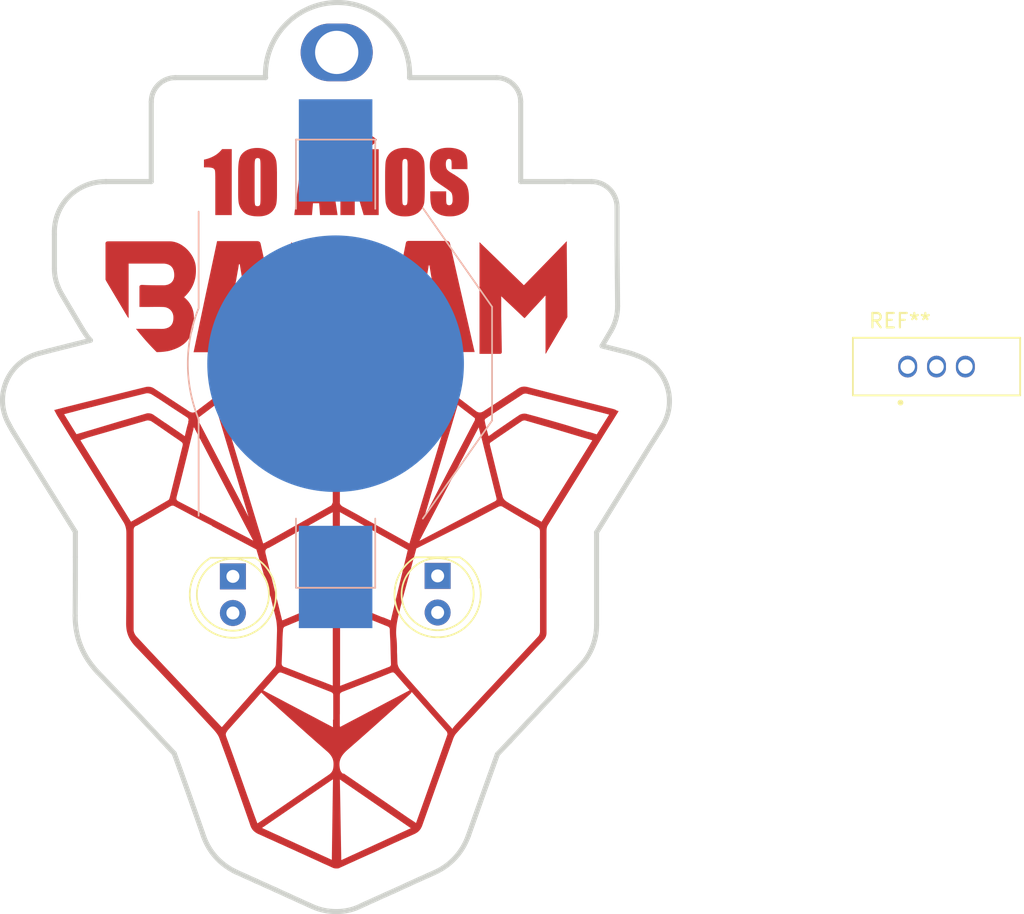
<source format=kicad_pcb>
(kicad_pcb (version 20221018) (generator pcbnew)
  (layers (0 "F.Cu" signal) (31 "B.Cu" signal) (34 "B.Paste" user) (35 "F.Paste" user) (36 "B.SilkS" user "B.Silkscreen") (37 "F.SilkS" user "F.Silkscreen") (38 "B.Mask" user) (39 "F.Mask" user) (44 "Edge.Cuts" user))
  (net 0 "")
  (net 1 "Net-(D1-A)")
  (net 2 "GNDREF")
  (footprint "LED_THT:LED_D5.0mm_Clear" (layer "F.Cu") (at 143.2 85.36 -90)
    (fp_text reference "D1" hide)
    (fp_text value "LED")
    (pad "1" thru_hole rect (at 0 0 270) (size 1.8 1.8) (drill 0.9) (layers "*.Cu" "*.Mask") (net 2 "GNDREF"))
    (pad "2" thru_hole circle (at 2.54 0 270) (size 1.8 1.8) (drill 0.9) (layers "*.Cu" "*.Mask") (net 1 "Net-(D1-A)"))
  )
  (footprint "Tesla_Lib:SW_EG1218" (layer "F.Cu") (at 192 70.8)
    (fp_text reference "REF**" (at -2.54 -3.175) (layer "F.SilkS"))
    (fp_text value "SW_EG1218")
    (pad "1" thru_hole oval (at -2 0) (size 1.308 1.508) (drill 1) (layers "*.Cu" "*.Mask"))
    (pad "2" thru_hole oval (at 0 0) (size 1.308 1.508) (drill 1) (layers "*.Cu" "*.Mask"))
    (pad "3" thru_hole oval (at 2 0) (size 1.308 1.508) (drill 1) (layers "*.Cu" "*.Mask"))
  )
  (footprint "" (layer "F.Cu") (at 150.4 49)
    (fp_text reference "" (at 0 0) (layer "F.SilkS") (effects (font (size 1.27 1.27))))
    (fp_text value "" (at 0 0) (layer "F.SilkS") (effects (font (size 1.27 1.27))))
    (pad "1" thru_hole oval (at 0 0) (size 5 4) (drill 3) (layers "*.Cu" "*.Mask"))
  )
  (footprint "Tesla_Lib:BALAM" (layer "F.Cu") (at 150.7 86.9)
    (fp_text reference "G***" hide)
    (fp_text value "LOGO" hide)
    (fp_poly (pts (xy 1.62068 -29.12384) (xy 1.62068 -31.184415) (xy 2.61255 -31.184415) (xy 2.61255 -26.612733) (xy 1.571783 -26.612733) (xy 0.953612 -28.69077) (xy 0.953612 -26.612733) (xy -0.04175 -26.612733) (xy -0.04175 -31.184415) (xy 0.953612 -31.184415)) (fill solid) (layer "F.Cu"))
    (fp_poly (pts (xy -0.240821 -26.612733) (xy -1.456211 -26.612733) (xy -1.519076 -27.43347) (xy -1.945162 -27.43347) (xy -2.015012 -26.612732) (xy -3.244372 -26.612732) (xy -3.02757 -28.24373) (xy -1.962625 -28.24373) (xy -1.554002 -28.24373) (xy -1.599076 -28.654863) (xy -1.644806 -29.112489) (xy -1.690537 -29.615955) (xy -1.735612 -30.164605) (xy -1.818232 -29.551617) (xy -1.88317 -29.02736) (xy -1.931083 -28.591507) (xy -1.962625 -28.24373) (xy -3.02757 -28.24373) (xy -2.636676 -31.184415) (xy -0.921859 -31.184415)) (fill solid) (layer "F.Cu"))
    (fp_poly (pts (xy -5.81291 -24.806284) (xy -5.78213 -24.803774) (xy -5.767679 -24.801874) (xy -5.753837 -24.799536) (xy -5.740588 -24.796754) (xy -5.727922 -24.793522) (xy -5.715823 -24.789835) (xy -5.704278 -24.785687) (xy -5.693275 -24.781072) (xy -5.682799 -24.775984) (xy -5.672837 -24.770418) (xy -5.663376 -24.764368) (xy -5.654402 -24.757829) (xy -5.645902 -24.750793) (xy -5.637863 -24.743256) (xy -5.630271 -24.735212) (xy -5.623112 -24.726656) (xy -5.616373 -24.71758) (xy -5.610041 -24.707981) (xy -5.604102 -24.697851) (xy -5.598543 -24.687185) (xy -5.593351 -24.675977) (xy -5.588512 -24.664222) (xy -5.584012 -24.651914) (xy -5.575977 -24.625616) (xy -5.569139 -24.597036) (xy -5.563392 -24.566128) (xy -4.103526 -17.94784) (xy -4.061343 -17.737362) (xy -4.017524 -17.526557) (xy -3.97043 -17.309858) (xy -3.918425 -17.0817) (xy -3.932395 -17.09567) (xy -10.22588 -17.09567) (xy -9.871964 -18.782549) (xy -7.857963 -18.782549) (xy -6.300309 -18.782549) (xy -7.023256 -23.204053) (xy -7.079137 -23.204053) (xy -7.857963 -18.782549) (xy -9.871964 -18.782549) (xy -9.416929 -20.95139) (xy -8.594881 -24.80711) (xy -5.846284 -24.80711)) (fill solid) (layer "F.Cu"))
    (fp_poly (pts (xy 15.657034 -24.297203) (xy 15.698947 -19.533434) (xy 14.183203 -16.966447) (xy 14.183203 -21.035209) (xy 12.751279 -19.477555) (xy 12.754768 -19.477553) (xy 12.712858 -19.463584) (xy 11.109801 -20.979329) (xy 11.109801 -19.617253) (xy 11.151713 -17.137579) (xy 11.151333 -17.119123) (xy 11.150144 -17.101746) (xy 11.148076 -17.085465) (xy 11.146689 -17.077739) (xy 11.145055 -17.070293) (xy 11.143166 -17.063129) (xy 11.141012 -17.056247) (xy 11.138584 -17.049651) (xy 11.135874 -17.043342) (xy 11.132872 -17.037323) (xy 11.129569 -17.031594) (xy 11.125957 -17.026158) (xy 11.122026 -17.021016) (xy 11.117768 -17.016172) (xy 11.113174 -17.011626) (xy 11.108234 -17.007381) (xy 11.10294 -17.003438) (xy 11.097283 -16.9998) (xy 11.091253 -16.996468) (xy 11.084843 -16.993444) (xy 11.078042 -16.99073) (xy 11.070842 -16.988329) (xy 11.063235 -16.986241) (xy 11.05521 -16.984469) (xy 11.046759 -16.983015) (xy 11.037874 -16.981881) (xy 11.028545 -16.981069) (xy 11.018763 -16.98058) (xy 11.008519 -16.980416) (xy 9.604536 -16.980416) (xy 9.604536 -24.733765) (xy 12.681427 -21.744185) (xy 14.163992 -23.266479) (xy 14.907239 -24.030409) (xy 15.657034 -24.807108)) (fill solid) (layer "F.Cu"))
    (fp_poly (pts (xy -7.578564 -31.184415) (xy -7.578564 -26.612733) (xy -8.720612 -26.612733) (xy -8.720612 -29.064467) (xy -8.721976 -29.30283) (xy -8.726287 -29.488806) (xy -8.72965 -29.562149) (xy -8.733872 -29.622394) (xy -8.738995 -29.669543) (xy -8.745058 -29.703595) (xy -8.748661 -29.716527) (xy -8.752924 -29.729127) (xy -8.757851 -29.741389) (xy -8.763449 -29.753308) (xy -8.769722 -29.76488) (xy -8.776675 -29.776098) (xy -8.784315 -29.786959) (xy -8.792644 -29.797456) (xy -8.80167 -29.807585) (xy -8.811396 -29.81734) (xy -8.821828 -29.826717) (xy -8.832972 -29.83571) (xy -8.844832 -29.844314) (xy -8.857413 -29.852524) (xy -8.87072 -29.860335) (xy -8.884759 -29.867742) (xy -8.90027 -29.874701) (xy -8.917986 -29.881173) (xy -8.937901 -29.887165) (xy -8.960011 -29.892681) (xy -8.984311 -29.897726) (xy -9.010796 -29.902306) (xy -9.03946 -29.906425) (xy -9.070298 -29.910089) (xy -9.103305 -29.913302) (xy -9.138477 -29.916071) (xy -9.175807 -29.9184) (xy -9.215291 -29.920293) (xy -9.300701 -29.922797) (xy -9.394664 -29.923622) (xy -9.506424 -29.923622) (xy -9.506424 -30.457975) (xy -9.404514 -30.481713) (xy -9.305715 -30.508398) (xy -9.210026 -30.538029) (xy -9.117447 -30.570608) (xy -9.027979 -30.606133) (xy -8.941621 -30.644605) (xy -8.858374 -30.686024) (xy -8.778238 -30.73039) (xy -8.701212 -30.777702) (xy -8.627296 -30.827961) (xy -8.556491 -30.881168) (xy -8.488797 -30.93732) (xy -8.424213 -30.99642) (xy -8.36274 -31.058466) (xy -8.304377 -31.12346) (xy -8.249124 -31.1914) (xy -7.578565 -31.1914)) (fill solid) (layer "F.Cu"))
    (fp_poly (pts (xy -3.448411 -24.723236) (xy -3.431064 -24.707608) (xy -3.40983 -24.687929) (xy -3.386467 -24.665466) (xy -3.374537 -24.653588) (xy -3.362735 -24.641489) (xy -3.351282 -24.629329) (xy -3.340396 -24.617267) (xy -3.330297 -24.60546) (xy -3.321207 -24.594068) (xy -2.991439 -24.24067) (xy -2.663308 -23.883344) (xy -2.338451 -23.523398) (xy -2.018505 -23.162143) (xy -2.008198 -23.148372) (xy -1.998259 -23.133343) (xy -1.98873 -23.117189) (xy -1.979651 -23.100042) (xy -1.971063 -23.082035) (xy -1.963007 -23.063302) (xy -1.955524 -23.043976) (xy -1.948655 -23.024189) (xy -1.942441 -23.004075) (xy -1.936922 -22.983766) (xy -1.932141 -22.963396) (xy -1.928137 -22.943098) (xy -1.924951 -22.923004) (xy -1.922625 -22.903248) (xy -1.921199 -22.883962) (xy -1.920715 -22.86528) (xy -1.920715 -18.670789) (xy 0.929164 -18.670789) (xy 0.950308 -18.670144) (xy 0.97177 -18.668245) (xy 0.993456 -18.665149) (xy 1.015276 -18.660912) (xy 1.037136 -18.65559) (xy 1.058946 -18.649241) (xy 1.080612 -18.641919) (xy 1.102042 -18.633681) (xy 1.123146 -18.624584) (xy 1.14383 -18.614684) (xy 1.164002 -18.604037) (xy 1.183571 -18.592699) (xy 1.202443 -18.580727) (xy 1.220528 -18.568176) (xy 1.237733 -18.555104) (xy 1.253966 -18.541567) (xy 1.583734 -18.227951) (xy 1.911866 -17.908114) (xy 2.236723 -17.586313) (xy 2.55667 -17.266804) (xy 2.564379 -17.258938) (xy 2.571848 -17.251026) (xy 2.586411 -17.23488) (xy 2.616479 -17.200009) (xy 2.633376 -17.180548) (xy 2.652441 -17.159245) (xy 2.663005 -17.147788) (xy 2.674372 -17.135732) (xy 2.686629 -17.123032) (xy 2.699864 -17.109641) (xy -3.4644 -17.109641) (xy -3.4644 -24.73726)) (fill solid) (layer "F.Cu"))
    (fp_poly (pts (xy 7.330625 -24.820666) (xy 7.350083 -24.819439) (xy 7.368377 -24.817426) (xy 7.385546 -24.814656) (xy 7.401634 -24.811153) (xy 7.416682 -24.806946) (xy 7.43073 -24.802061) (xy 7.443821 -24.796525) (xy 7.455996 -24.790364) (xy 7.467298 -24.783607) (xy 7.477766 -24.776279) (xy 7.487443 -24.768407) (xy 7.496371 -24.760019) (xy 7.504591 -24.751141) (xy 7.512145 -24.7418) (xy 7.519074 -24.732022) (xy 7.52542 -24.721836) (xy 7.531224 -24.711267) (xy 7.536527 -24.700342) (xy 7.541373 -24.689089) (xy 7.549854 -24.665704) (xy 7.557 -24.641326) (xy 7.563144 -24.616171) (xy 7.568617 -24.590453) (xy 7.578883 -24.538189) (xy 8.21932 -21.702715) (xy 8.867615 -18.869861) (xy 9.061449 -18.001975) (xy 9.265759 -17.113135) (xy 9.265762 -17.109641) (xy 3.000218 -17.109641) (xy 3.071704 -17.468714) (xy 3.139917 -17.823857) (xy 3.269139 -18.527596) (xy 3.305378 -18.709207) (xy 5.308758 -18.709207) (xy 6.852443 -18.709207) (xy 6.129495 -23.130711) (xy 6.087586 -23.130711) (xy 5.308758 -18.709207) (xy 3.305378 -18.709207) (xy 4.48802 -24.635978) (xy 4.493601 -24.663956) (xy 4.499924 -24.689055) (xy 4.503391 -24.70057) (xy 4.507075 -24.711421) (xy 4.510989 -24.721626) (xy 4.515142 -24.731204) (xy 4.519546 -24.740172) (xy 4.524212 -24.748551) (xy 4.52915 -24.756358) (xy 4.534371 -24.763612) (xy 4.539887 -24.770331) (xy 4.545708 -24.776534) (xy 4.551844 -24.782239) (xy 4.558307 -24.787466) (xy 4.565108 -24.792232) (xy 4.572258 -24.796556) (xy 4.579766 -24.800457) (xy 4.587646 -24.803953) (xy 4.595906 -24.807063) (xy 4.604558 -24.809805) (xy 4.613613 -24.812198) (xy 4.623082 -24.81426) (xy 4.643305 -24.817467) (xy 4.665313 -24.819574) (xy 4.689194 -24.820729) (xy 4.715034 -24.821081) (xy 7.309959 -24.821081)) (fill solid) (layer "F.Cu"))
    (fp_poly (pts (xy 2.479835 -31.865453) (xy 2.463258 -31.830132) (xy 2.446267 -31.796203) (xy 2.428857 -31.763665) (xy 2.411022 -31.732519) (xy 2.392757 -31.702765) (xy 2.374057 -31.674402) (xy 2.354918 -31.64743) (xy 2.335333 -31.621851) (xy 2.315298 -31.597662) (xy 2.294808 -31.574866) (xy 2.273857 -31.55346) (xy 2.25244 -31.533447) (xy 2.230554 -31.514825) (xy 2.208191 -31.497594) (xy 2.185347 -31.481755) (xy 2.162018 -31.467308) (xy 2.138608 -31.45339) (xy 2.11553 -31.440445) (xy 2.092791 -31.428462) (xy 2.070394 -31.41743) (xy 2.048345 -31.40734) (xy 2.026649 -31.398181) (xy 2.005311 -31.389942) (xy 1.984337 -31.382614) (xy 1.96373 -31.376187) (xy 1.943498 -31.37065) (xy 1.923643 -31.365993) (xy 1.904173 -31.362205) (xy 1.885091 -31.359277) (xy 1.866404 -31.357198) (xy 1.848115 -31.355959) (xy 1.83023 -31.355548) (xy 1.805222 -31.355916) (xy 1.779964 -31.357021) (xy 1.75445 -31.358863) (xy 1.728675 -31.361441) (xy 1.702634 -31.364756) (xy 1.676321 -31.368808) (xy 1.649733 -31.373597) (xy 1.622863 -31.379122) (xy 1.595707 -31.385384) (xy 1.568259 -31.392383) (xy 1.540514 -31.400118) (xy 1.512468 -31.40859) (xy 1.484114 -31.417799) (xy 1.455449 -31.427744) (xy 1.426466 -31.438426) (xy 1.397161 -31.449845) (xy 1.18761 -31.530173) (xy 1.139322 -31.549668) (xy 1.094022 -31.566298) (xy 1.05175 -31.580145) (xy 1.012549 -31.591291) (xy 0.976457 -31.599818) (xy 0.959591 -31.603125) (xy 0.943517 -31.605807) (xy 0.928242 -31.607876) (xy 0.913769 -31.60934) (xy 0.900105 -31.610212) (xy 0.887255 -31.6105) (xy 0.874229 -31.610224) (xy 0.861347 -31.609395) (xy 0.848608 -31.608014) (xy 0.836013 -31.60608) (xy 0.823561 -31.603594) (xy 0.811251 -31.600555) (xy 0.799086 -31.596963) (xy 0.787063 -31.592819) (xy 0.775184 -31.588123) (xy 0.763448 -31.582874) (xy 0.751855 -31.577072) (xy 0.740406 -31.570718) (xy 0.729099 -31.563812) (xy 0.717936 -31.556353) (xy 0.706916 -31.548341) (xy 0.69604 -31.539777) (xy 0.674717 -31.520991) (xy 0.653966 -31.499995) (xy 0.633789 -31.476789) (xy 0.614184 -31.451373) (xy 0.595153 -31.423747) (xy 0.576694 -31.393911) (xy 0.558809 -31.361864) (xy 0.541496 -31.327608) (xy 0.094457 -31.62447) (xy 0.13342 -31.690485) (xy 0.173032 -31.752315) (xy 0.213288 -31.809949) (xy 0.254184 -31.863379) (xy 0.295715 -31.912593) (xy 0.337875 -31.957581) (xy 0.380658 -31.998333) (xy 0.424061 -32.034839) (xy 0.468078 -32.067088) (xy 0.512704 -32.095071) (xy 0.557933 -32.118777) (xy 0.603761 -32.138195) (xy 0.650183 -32.153316) (xy 0.697192 -32.16413) (xy 0.744785 -32.170625) (xy 0.792957 -32.172793) (xy 0.818619 -32.172425) (xy 0.844533 -32.171326) (xy 0.870702 -32.1695) (xy 0.897132 -32.166954) (xy 0.923828 -32.16369) (xy 0.950795 -32.159716) (xy 0.978038 -32.155036) (xy 1.005563 -32.149655) (xy 1.033374 -32.143578) (xy 1.061477 -32.13681) (xy 1.089877 -32.129357) (xy 1.118578 -32.121224) (xy 1.176907 -32.102936) (xy 1.236504 -32.081988) (xy 1.411129 -32.01563) (xy 1.464001 -31.996135) (xy 1.512576 -31.979505) (xy 1.556812 -31.965657) (xy 1.596669 -31.954511) (xy 1.632106 -31.945985) (xy 1.663081 -31.939996) (xy 1.689555 -31.936462) (xy 1.701091 -31.935591) (xy 1.711485 -31.935303) (xy 1.7403 -31.936286) (xy 1.75422 -31.937516) (xy 1.767816 -31.939238) (xy 1.781089 -31.941455) (xy 1.794042 -31.944166) (xy 1.806675 -31.947372) (xy 1.818989 -31.951073) (xy 1.830986 -31.955271) (xy 1.842667 -31.959966) (xy 1.854034 -31.965158) (xy 1.865087 -31.970848) (xy 1.875828 -31.977037) (xy 1.886259 -31.983726) (xy 1.896379 -31.990915) (xy 1.906192 -31.998604) (xy 1.915698 -32.006795) (xy 1.924898 -32.015488) (xy 1.933793 -32.024683) (xy 1.942386 -32.034382) (xy 1.950677 -32.044584) (xy 1.958667 -32.055292) (xy 1.966357 -32.066504) (xy 1.97375 -32.078222) (xy 1.987647 -32.103179) (xy 2.000367 -32.130166) (xy 2.011921 -32.15919) (xy 2.022318 -32.190255)) (fill solid) (layer "F.Cu"))
    (fp_poly (pts (xy -11.773794 -24.785837) (xy -11.69425 -24.777126) (xy -11.614903 -24.763669) (xy -11.5359 -24.745623) (xy -11.457391 -24.723141) (xy -11.379525 -24.696378) (xy -11.30245 -24.66549) (xy -11.226316 -24.63063) (xy -11.151272 -24.591953) (xy -11.077466 -24.549615) (xy -11.005048 -24.50377) (xy -10.934167 -24.454572) (xy -10.797611 -24.34674) (xy -10.66899 -24.227355) (xy -10.549495 -24.097657) (xy -10.44032 -23.958883) (xy -10.342655 -23.812271) (xy -10.298512 -23.736413) (xy -10.257693 -23.65906) (xy -10.220349 -23.580366) (xy -10.186626 -23.500487) (xy -10.156676 -23.419577) (xy -10.130647 -23.337791) (xy -10.108687 -23.255283) (xy -10.090946 -23.172209) (xy -10.077573 -23.088723) (xy -10.068716 -23.00498) (xy -10.061281 -22.851948) (xy -10.061295 -22.701924) (xy -10.068839 -22.554888) (xy -10.083996 -22.410819) (xy -10.106847 -22.269696) (xy -10.137475 -22.131501) (xy -10.17596 -21.996211) (xy -10.222386 -21.863806) (xy -10.276834 -21.734266) (xy -10.339385 -21.607571) (xy -10.410122 -21.4837) (xy -10.489126 -21.362632) (xy -10.576479 -21.244348) (xy -10.672264 -21.128826) (xy -10.776561 -21.016046) (xy -10.884214 -20.911096) (xy -10.828164 -20.864859) (xy -10.756956 -20.800427) (xy -10.689842 -20.733673) (xy -10.626861 -20.664622) (xy -10.568055 -20.5933) (xy -10.513464 -20.519731) (xy -10.46313 -20.443943) (xy -10.417093 -20.365959) (xy -10.375394 -20.285806) (xy -10.338075 -20.20351) (xy -10.305176 -20.119096) (xy -10.276738 -20.032589) (xy -10.252802 -19.944015) (xy -10.233409 -19.8534) (xy -10.2186 -19.76077) (xy -10.208416 -19.666149) (xy -10.201322 -19.524022) (xy -10.198977 -19.387018) (xy -10.2013 -19.255042) (xy -10.208211 -19.127998) (xy -10.219629 -19.005791) (xy -10.235474 -18.888326) (xy -10.255665 -18.775507) (xy -10.280121 -18.66724) (xy -10.308762 -18.563429) (xy -10.341508 -18.463979) (xy -10.378277 -18.368794) (xy -10.418989 -18.277779) (xy -10.463564 -18.190839) (xy -10.511921 -18.107879) (xy -10.563979 -18.028803) (xy -10.619658 -17.953515) (xy -10.678877 -17.881922) (xy -10.741556 -17.813927) (xy -10.807614 -17.749435) (xy -10.876971 -17.688352) (xy -10.949545 -17.63058) (xy -11.025257 -17.576026) (xy -11.104025 -17.524594) (xy -11.18577 -17.476189) (xy -11.270411 -17.430715) (xy -11.357866 -17.388078) (xy -11.5409 -17.31093) (xy -11.734227 -17.243983) (xy -11.937203 -17.186475) (xy -12.013643 -17.17084) (xy -12.10277 -17.155697) (xy -12.202538 -17.141536) (xy -12.310901 -17.128848) (xy -12.425813 -17.118125) (xy -12.545226 -17.109858) (xy -12.667095 -17.104537) (xy -12.789374 -17.102655) (xy -12.979251 -17.295329) (xy -13.166346 -17.490868) (xy -13.350493 -17.68919) (xy -13.53153 -17.890213) (xy -13.709293 -18.093856) (xy -13.883618 -18.300036) (xy -14.054341 -18.508672) (xy -14.221299 -18.719682) (xy -12.775404 -18.719682) (xy -12.716618 -18.719109) (xy -12.658078 -18.717717) (xy -12.541406 -18.714443) (xy -12.483112 -18.713543) (xy -12.424735 -18.713788) (xy -12.366195 -18.715671) (xy -12.307409 -18.719682) (xy -12.220182 -18.732659) (xy -12.178913 -18.741027) (xy -12.139196 -18.75065) (xy -12.101025 -18.761532) (xy -12.06439 -18.773676) (xy -12.029286 -18.787083) (xy -11.995703 -18.801756) (xy -11.963635 -18.817697) (xy -11.933074 -18.834911) (xy -11.904011 -18.853398) (xy -11.87644 -18.873161) (xy -11.850352 -18.894203) (xy -11.825741 -18.916527) (xy -11.802597 -18.940135) (xy -11.780914 -18.96503) (xy -11.760685 -18.991214) (xy -11.7419 -19.01869) (xy -11.724553 -19.04746) (xy -11.708636 -19.077527) (xy -11.694141 -19.108893) (xy -11.681061 -19.141562) (xy -11.669388 -19.175535) (xy -11.659113 -19.210815) (xy -11.650231 -19.247405) (xy -11.642732 -19.285307) (xy -11.63661 -19.324523) (xy -11.631856 -19.365058) (xy -11.626422 -19.450088) (xy -11.626371 -19.540419) (xy -11.628505 -19.577442) (xy -11.632268 -19.613837) (xy -11.637633 -19.649566) (xy -11.644571 -19.684594) (xy -11.653053 -19.718885) (xy -11.663053 -19.752404) (xy -11.674541 -19.785115) (xy -11.68749 -19.816982) (xy -11.701872 -19.847968) (xy -11.717657 -19.878039) (xy -11.734819 -19.907158) (xy -11.753329 -19.93529) (xy -11.773159 -19.962399) (xy -11.794281 -19.988448) (xy -11.816666 -20.013403) (xy -11.840287 -20.037227) (xy -11.865115 -20.059885) (xy -11.891123 -20.08134) (xy -11.918281 -20.101558) (xy -11.946563 -20.120501) (xy -11.975939 -20.138135) (xy -12.006382 -20.154424) (xy -12.037864 -20.169331) (xy -12.070356 -20.182821) (xy -12.10383 -20.194858) (xy -12.138258 -20.205406) (xy -12.173612 -20.21443) (xy -12.209864 -20.221893) (xy -12.246986 -20.22776) (xy -12.28495 -20.231995) (xy -12.323727 -20.234563) (xy -12.363289 -20.235426) (xy -12.502566 -20.239438) (xy -12.64258 -20.24132) (xy -12.923835 -20.240665) (xy -13.484381 -20.235426) (xy -13.980316 -20.235426) (xy -13.980316 -21.569562) (xy -13.98211 -21.597697) (xy -13.98222 -21.623239) (xy -13.981629 -21.63507) (xy -13.9806 -21.646294) (xy -13.979128 -21.656923) (xy -13.977206 -21.66697) (xy -13.974829 -21.67645) (xy -13.97199 -21.685375) (xy -13.968685 -21.693759) (xy -13.964907 -21.701615) (xy -13.960651 -21.708958) (xy -13.955911 -21.715799) (xy -13.950681 -21.722154) (xy -13.944955 -21.728034) (xy -13.938728 -21.733454) (xy -13.931994 -21.738427) (xy -13.924747 -21.742967) (xy -13.916981 -21.747086) (xy -13.908691 -21.750799) (xy -13.899871 -21.754118) (xy -13.890514 -21.757058) (xy -13.880617 -21.759631) (xy -13.870171 -21.761851) (xy -13.859173 -21.763731) (xy -13.835494 -21.766527) (xy -13.809533 -21.768126) (xy -13.781244 -21.768635) (xy -13.601107 -21.759412) (xy -13.421953 -21.752482) (xy -13.065281 -21.744187) (xy -12.708609 -21.741131) (xy -12.349319 -21.740695) (xy -12.308447 -21.740129) (xy -12.26836 -21.741039) (xy -12.229087 -21.743407) (xy -12.190656 -21.747216) (xy -12.153094 -21.752447) (xy -12.11643 -21.759082) (xy -12.080692 -21.767103) (xy -12.045908 -21.776493) (xy -12.012106 -21.787234) (xy -11.979315 -21.799307) (xy -11.947562 -21.812695) (xy -11.916876 -21.82738) (xy -11.887285 -21.843344) (xy -11.858817 -21.860569) (xy -11.8315 -21.879037) (xy -11.805362 -21.898731) (xy -11.780432 -21.919632) (xy -11.756737 -21.941722) (xy -11.734305 -21.964984) (xy -11.713166 -21.989399) (xy -11.693346 -22.014951) (xy -11.674874 -22.04162) (xy -11.657779 -22.069389) (xy -11.642088 -22.09824) (xy -11.627829 -22.128155) (xy -11.615031 -22.159117) (xy -11.603722 -22.191106) (xy -11.593929 -22.224106) (xy -11.585682 -22.258099) (xy -11.579008 -22.293066) (xy -11.573935 -22.32899) (xy -11.570491 -22.365853) (xy -11.568619 -22.414657) (xy -11.568244 -22.462184) (xy -11.569367 -22.508422) (xy -11.571992 -22.553363) (xy -11.576121 -22.596997) (xy -11.581757 -22.639314) (xy -11.588902 -22.680305) (xy -11.597558 -22.719959) (xy -11.607729 -22.758269) (xy -11.619417 -22.795223) (xy -11.632624 -22.830813) (xy -11.647354 -22.865028) (xy -11.663607 -22.897859) (xy -11.681388 -22.929297) (xy -11.700699 -22.959332) (xy -11.721542 -22.987954) (xy -11.74392 -23.015154) (xy -11.767835 -23.040922) (xy -11.793289 -23.065249) (xy -11.820287 -23.088125) (xy -11.848829 -23.10954) (xy -11.878919 -23.129485) (xy -11.910559 -23.14795) (xy -11.943752 -23.164926) (xy -11.9785 -23.180402) (xy -12.014806 -23.194371) (xy -12.052672 -23.206821) (xy -12.092102 -23.217743) (xy -12.133096 -23.227128) (xy -12.175659 -23.234966) (xy -12.219792 -23.241247) (xy -12.265499 -23.245963) (xy -14.731204 -23.245963) (xy -14.731204 -19.446122) (xy -14.748673 -19.472467) (xy -14.766838 -19.499056) (xy -14.80411 -19.552644) (xy -14.822643 -19.579479) (xy -14.840726 -19.606232) (xy -14.858073 -19.632821) (xy -14.874396 -19.659165) (xy -16.222501 -21.925798) (xy -16.253715 -21.978731) (xy -16.268913 -22.005484) (xy -16.28362 -22.032319) (xy -16.297671 -22.059154) (xy -16.310905 -22.085907) (xy -16.323156 -22.112497) (xy -16.334261 -22.138841) (xy -16.334261 -24.562636) (xy -16.336204 -24.593387) (xy -16.33671 -24.621524) (xy -16.33565 -24.647133) (xy -16.334493 -24.659018) (xy -16.332897 -24.670303) (xy -16.330845 -24.680999) (xy -16.328322 -24.691119) (xy -16.325312 -24.700671) (xy -16.321798 -24.709668) (xy -16.317766 -24.71812) (xy -16.313198 -24.726039) (xy -16.308078 -24.733434) (xy -16.302392 -24.740316) (xy -16.296122 -24.746698) (xy -16.289253 -24.752589) (xy -16.281769 -24.758) (xy -16.273654 -24.762942) (xy -16.264891 -24.767427) (xy -16.255466 -24.771465) (xy -16.245361 -24.775066) (xy -16.234561 -24.778243) (xy -16.22305 -24.781004) (xy -16.210812 -24.783363) (xy -16.197831 -24.785328) (xy -16.18409 -24.786912) (xy -16.154268 -24.788978) (xy -16.121219 -24.789648) (xy -11.853383 -24.789648)) (fill solid) (layer "F.Cu"))
    (fp_poly (pts (xy -5.764536 -31.271196) (xy -5.718369 -31.269606) (xy -5.672858 -31.266962) (xy -5.628001 -31.263269) (xy -5.583799 -31.258532) (xy -5.540252 -31.252757) (xy -5.49736 -31.245949) (xy -5.455122 -31.238112) (xy -5.41354 -31.229252) (xy -5.372612 -31.219374) (xy -5.332339 -31.208483) (xy -5.292721 -31.196584) (xy -5.253758 -31.183682) (xy -5.21545 -31.169783) (xy -5.177797 -31.154891) (xy -5.140798 -31.139012) (xy -5.104085 -31.122397) (xy -5.068595 -31.105295) (xy -5.034322 -31.087712) (xy -5.001262 -31.069653) (xy -4.969409 -31.051124) (xy -4.938758 -31.03213) (xy -4.909305 -31.012674) (xy -4.881043 -30.992764) (xy -4.853969 -30.972403) (xy -4.828076 -30.951597) (xy -4.80336 -30.930352) (xy -4.779815 -30.908671) (xy -4.757437 -30.886561) (xy -4.73622 -30.864026) (xy -4.716159 -30.841071) (xy -4.69725 -30.817702) (xy -4.679283 -30.793924) (xy -4.662052 -30.769742) (xy -4.645559 -30.74516) (xy -4.629801 -30.720185) (xy -4.614781 -30.694821) (xy -4.600497 -30.669073) (xy -4.58695 -30.642947) (xy -4.57414 -30.616447) (xy -4.562066 -30.589579) (xy -4.550729 -30.562347) (xy -4.540129 -30.534758) (xy -4.530265 -30.506815) (xy -4.521138 -30.478525) (xy -4.512748 -30.449892) (xy -4.505095 -30.420921) (xy -4.498178 -30.391617) (xy -4.491834 -30.361005) (xy -4.4859 -30.328111) (xy -4.475258 -30.255519) (xy -4.466254 -30.173923) (xy -4.458887 -30.083404) (xy -4.453157 -29.984045) (xy -4.449064 -29.875928) (xy -4.446608 -29.759134) (xy -4.44579 -29.633745) (xy -4.442299 -29.637238) (xy -4.442299 -28.111015) (xy -4.443124 -27.98577) (xy -4.445628 -27.869323) (xy -4.44985 -27.761636) (xy -4.455832 -27.662666) (xy -4.463615 -27.572372) (xy -4.47324 -27.490715) (xy -4.484748 -27.417652) (xy -4.498179 -27.353143) (xy -4.505833 -27.323758) (xy -4.514393 -27.294548) (xy -4.523864 -27.265522) (xy -4.53425 -27.23669) (xy -4.545557 -27.208062) (xy -4.55779 -27.17965) (xy -4.570955 -27.151463) (xy -4.585055 -27.123511) (xy -4.600097 -27.095804) (xy -4.616085 -27.068354) (xy -4.633025 -27.041169) (xy -4.650922 -27.014261) (xy -4.66978 -26.987639) (xy -4.689605 -26.961314) (xy -4.710402 -26.935296) (xy -4.732177 -26.909595) (xy -4.754728 -26.884467) (xy -4.777852 -26.860168) (xy -4.801549 -26.836708) (xy -4.825819 -26.814097) (xy -4.850662 -26.792345) (xy -4.876078 -26.771464) (xy -4.902067 -26.751462) (xy -4.928629 -26.73235) (xy -4.955764 -26.714139) (xy -4.983472 -26.696839) (xy -5.011753 -26.680459) (xy -5.040607 -26.665011) (xy -5.070034 -26.650503) (xy -5.100034 -26.636948) (xy -5.130607 -26.624354) (xy -5.161753 -26.612732) (xy -5.19343 -26.601928) (xy -5.225593 -26.591784) (xy -5.258238 -26.582305) (xy -5.291358 -26.573496) (xy -5.324948 -26.565363) (xy -5.359004 -26.55791) (xy -5.393521 -26.551142) (xy -5.428493 -26.545065) (xy -5.463915 -26.539684) (xy -5.499782 -26.535004) (xy -5.53609 -26.53103) (xy -5.572832 -26.527766) (xy -5.610003 -26.52522) (xy -5.6476 -26.523394) (xy -5.685616 -26.522295) (xy -5.724046 -26.521927) (xy -5.824073 -26.523401) (xy -5.919844 -26.527821) (xy -6.011359 -26.535188) (xy -6.098617 -26.545502) (xy -6.181618 -26.558762) (xy -6.260363 -26.57497) (xy -6.334852 -26.594124) (xy -6.3705 -26.604806) (xy -6.405084 -26.616225) (xy -6.438687 -26.628422) (xy -6.471394 -26.641443) (xy -6.503211 -26.655293) (xy -6.534143 -26.669977) (xy -6.564195 -26.685499) (xy -6.593372 -26.701866) (xy -6.62168 -26.719082) (xy -6.649123 -26.737153) (xy -6.675706 -26.756083) (xy -6.701435 -26.775877) (xy -6.726315 -26.796541) (xy -6.750351 -26.81808) (xy -6.773547 -26.840499) (xy -6.79591 -26.863804) (xy -6.817444 -26.887998) (xy -6.838155 -26.913087) (xy -6.858087 -26.938093) (xy -6.877282 -26.963333) (xy -6.89574 -26.988799) (xy -6.913462 -27.014479) (xy -6.930447 -27.040364) (xy -6.946695 -27.066444) (xy -6.962206 -27.092707) (xy -6.976981 -27.119145) (xy -6.991019 -27.145746) (xy -7.004321 -27.172501) (xy -7.016885 -27.199399) (xy -7.028714 -27.22643) (xy -7.039805 -27.253584) (xy -7.05016 -27.28085) (xy -7.059778 -27.308219) (xy -7.068659 -27.33568) (xy -7.076887 -27.364246) (xy -7.084546 -27.39493) (xy -7.091643 -27.427721) (xy -7.098182 -27.46261) (xy -7.104168 -27.499587) (xy -7.109608 -27.538641) (xy -7.118864 -27.622938) (xy -7.125992 -27.715421) (xy -7.129715 -27.789705) (xy -5.992969 -27.789705) (xy -5.992321 -27.695087) (xy -5.990404 -27.610332) (xy -5.98726 -27.535482) (xy -5.982928 -27.470578) (xy -5.97745 -27.41566) (xy -5.970868 -27.370769) (xy -5.963221 -27.335946) (xy -5.959012 -27.322323) (xy -5.954552 -27.311233) (xy -5.952168 -27.306086) (xy -5.9496 -27.301122) (xy -5.94685 -27.29634) (xy -5.943917 -27.291737) (xy -5.940803 -27.287315) (xy -5.937507 -27.283069) (xy -5.934032 -27.279001) (xy -5.930377 -27.275107) (xy -5.926542 -27.271388) (xy -5.922529 -27.267841) (xy -5.918339 -27.264465) (xy -5.913971 -27.26126) (xy -5.909427 -27.258223) (xy -5.904707 -27.255354) (xy -5.899812 -27.252652) (xy -5.894742 -27.250114) (xy -5.889498 -27.24774) (xy -5.884081 -27.245528) (xy -5.878491 -27.243478) (xy -5.872729 -27.241587) (xy -5.866796 -27.239855) (xy -5.860692 -27.238281) (xy -5.854418 -27.236862) (xy -5.847975 -27.235598) (xy -5.841362 -27.234488) (xy -5.834582 -27.23353) (xy -5.827634 -27.232722) (xy -5.820519 -27.232065) (xy -5.805791 -27.231193) (xy -5.790403 -27.230905) (xy -5.775014 -27.231274) (xy -5.76028 -27.232379) (xy -5.7462 -27.23422) (xy -5.732776 -27.236799) (xy -5.720007 -27.240114) (xy -5.707892 -27.244166) (xy -5.696432 -27.248954) (xy -5.685628 -27.25448) (xy -5.675478 -27.260742) (xy -5.665982 -27.26774) (xy -5.657142 -27.275476) (xy -5.648956 -27.283948) (xy -5.641426 -27.293156) (xy -5.63455 -27.303102) (xy -5.628329 -27.313784) (xy -5.622763 -27.325203) (xy -5.617727 -27.337971) (xy -5.61309 -27.352693) (xy -5.608842 -27.369359) (xy -5.604973 -27.387959) (xy -5.601472 -27.408483) (xy -5.598329 -27.430919) (xy -5.595534 -27.45526) (xy -5.593076 -27.481492) (xy -5.590946 -27.509608) (xy -5.589134 -27.539596) (xy -5.586419 -27.605149) (xy -5.58485 -27.678068) (xy -5.584345 -27.758273) (xy -5.584345 -30.024905) (xy -5.584346 -30.021413) (xy -5.584844 -30.108684) (xy -5.586366 -30.187197) (xy -5.588951 -30.257034) (xy -5.592641 -30.318275) (xy -5.597478 -30.371004) (xy -5.603501 -30.415301) (xy -5.610752 -30.451249) (xy -5.614851 -30.466118) (xy -5.619272 -30.47893) (xy -5.621656 -30.484722) (xy -5.624223 -30.49031) (xy -5.626974 -30.495696) (xy -5.629906 -30.500881) (xy -5.63302 -30.505867) (xy -5.636316 -30.510654) (xy -5.639791 -30.515245) (xy -5.643446 -30.51964) (xy -5.647281 -30.52384) (xy -5.651293 -30.527847) (xy -5.655484 -30.531663) (xy -5.659851 -30.535288) (xy -5.664396 -30.538723) (xy -5.669116 -30.541971) (xy -5.674011 -30.545031) (xy -5.679081 -30.547907) (xy -5.684325 -30.550598) (xy -5.689742 -30.553106) (xy -5.695331 -30.555433) (xy -5.701093 -30.557579) (xy -5.707026 -30.559547) (xy -5.71313 -30.561336) (xy -5.719404 -30.562949) (xy -5.725848 -30.564387) (xy -5.73246 -30.565651) (xy -5.739241 -30.566742) (xy -5.746189 -30.567662) (xy -5.753304 -30.568412) (xy -5.768032 -30.569406) (xy -5.78342 -30.569735) (xy -5.798809 -30.569366) (xy -5.813543 -30.568255) (xy -5.827622 -30.566397) (xy -5.841046 -30.563787) (xy -5.853816 -30.56042) (xy -5.86593 -30.55629) (xy -5.87739 -30.551393) (xy -5.888195 -30.545724) (xy -5.898345 -30.539277) (xy -5.90784 -30.532047) (xy -5.91668 -30.52403) (xy -5.924866 -30.515219) (xy -5.932396 -30.505611) (xy -5.939272 -30.495199) (xy -5.945493 -30.483979) (xy -5.95106 -30.471945) (xy -5.956135 -30.458521) (xy -5.960882 -30.443132) (xy -5.965302 -30.425778) (xy -5.969395 -30.40646) (xy -5.973161 -30.385178) (xy -5.976598 -30.361931) (xy -5.979709 -30.33672) (xy -5.982492 -30.309544) (xy -5.984948 -30.280403) (xy -5.987076 -30.249298) (xy -5.99035 -30.181194) (xy -5.992314 -30.105232) (xy -5.992969 -30.021412) (xy -5.992969 -27.789705) (xy -7.129715 -27.789705) (xy -7.131033 -27.816008) (xy -7.134028 -27.924616) (xy -7.135017 -28.041165) (xy -7.135017 -29.637237) (xy -7.133373 -29.789489) (xy -7.128414 -29.931917) (xy -7.120099 -30.064523) (xy -7.108386 -30.187306) (xy -7.093236 -30.300267) (xy -7.074607 -30.403404) (xy -7.052458 -30.49672) (xy -7.040051 -30.539694) (xy -7.026748 -30.580212) (xy -7.012177 -30.619012) (xy -6.995964 -30.656829) (xy -6.978103 -30.693664) (xy -6.95859 -30.729517) (xy -6.937419 -30.764387) (xy -6.914586 -30.798275) (xy -6.890085 -30.831181) (xy -6.863911 -30.863105) (xy -6.836058 -30.894046) (xy -6.806523 -30.924005) (xy -6.775299 -30.952982) (xy -6.742382 -30.980977) (xy -6.707766 -31.007989) (xy -6.671447 -31.034019) (xy -6.633419 -31.059067) (xy -6.593677 -31.083132) (xy -6.552546 -31.10597) (xy -6.510356 -31.127334) (xy -6.467112 -31.147225) (xy -6.422818 -31.165643) (xy -6.377482 -31.182587) (xy -6.331106 -31.198057) (xy -6.283698 -31.212055) (xy -6.235261 -31.224579) (xy -6.1858 -31.235629) (xy -6.135322 -31.245206) (xy -6.08383 -31.25331) (xy -6.031331 -31.25994) (xy -5.977829 -31.265097) (xy -5.923329 -31.268781) (xy -5.867837 -31.270991) (xy -5.811357 -31.271727)) (fill solid) (layer "F.Cu"))
    (fp_poly (pts (xy 4.523194 -31.276905) (xy 4.568778 -31.274638) (xy 4.613317 -31.271455) (xy 4.656875 -31.267351) (xy 4.699511 -31.262321) (xy 4.741288 -31.25636) (xy 4.782267 -31.249463) (xy 4.822509 -31.241624) (xy 4.862076 -31.232839) (xy 4.901029 -31.223103) (xy 4.939429 -31.21241) (xy 4.977339 -31.200755) (xy 5.014818 -31.188133) (xy 5.051929 -31.174539) (xy 5.088734 -31.159968) (xy 5.124954 -31.144455) (xy 5.160274 -31.128037) (xy 5.194694 -31.110708) (xy 5.228214 -31.092464) (xy 5.260834 -31.073299) (xy 5.292553 -31.053208) (xy 5.323371 -31.032185) (xy 5.353289 -31.010227) (xy 5.382307 -30.987327) (xy 5.410425 -30.96348) (xy 5.437642 -30.938682) (xy 5.463958 -30.912928) (xy 5.489375 -30.886211) (xy 5.513891 -30.858528) (xy 5.537506 -30.829873) (xy 5.560221 -30.80024) (xy 5.581913 -30.769954) (xy 5.602464 -30.73934) (xy 5.62188 -30.708398) (xy 5.640165 -30.677129) (xy 5.657325 -30.645533) (xy 5.673364 -30.61361) (xy 5.688288 -30.581359) (xy 5.702102 -30.54878) (xy 5.714811 -30.515874) (xy 5.72642 -30.482641) (xy 5.736934 -30.44908) (xy 5.746359 -30.415192) (xy 5.754699 -30.380976) (xy 5.76196 -30.346433) (xy 5.768146 -30.311563) (xy 5.773263 -30.276365) (xy 5.78078 -30.199087) (xy 5.787559 -30.108671) (xy 5.793521 -30.005076) (xy 5.798582 -29.888261) (xy 5.802661 -29.758186) (xy 5.805676 -29.614809) (xy 5.807545 -29.45809) (xy 5.808187 -29.287988) (xy 5.808187 -28.505667) (xy 5.806222 -28.185449) (xy 5.800329 -27.916308) (xy 5.790507 -27.698245) (xy 5.784122 -27.608368) (xy 5.776756 -27.53126) (xy 5.772255 -27.495448) (xy 5.766619 -27.460046) (xy 5.759858 -27.425053) (xy 5.751981 -27.390469) (xy 5.742999 -27.356294) (xy 5.732922 -27.322529) (xy 5.72176 -27.289173) (xy 5.709525 -27.256226) (xy 5.696225 -27.223688) (xy 5.681871 -27.19156) (xy 5.666474 -27.159841) (xy 5.650043 -27.128531) (xy 5.632589 -27.097631) (xy 5.614123 -27.06714) (xy 5.594653 -27.037058) (xy 5.574191 -27.007385) (xy 5.552131 -26.978328) (xy 5.52917 -26.950093) (xy 5.505309 -26.922688) (xy 5.480548 -26.896117) (xy 5.454886 -26.870384) (xy 5.428324 -26.845496) (xy 5.400861 -26.821457) (xy 5.372498 -26.798272) (xy 5.343235 -26.775947) (xy 5.313071 -26.754486) (xy 5.282007 -26.733895) (xy 5.250043 -26.714179) (xy 5.217178 -26.695343) (xy 5.183412 -26.677392) (xy 5.148747 -26.660331) (xy 5.11318 -26.644166) (xy 5.07618 -26.62894) (xy 5.038515 -26.614697) (xy 5.000174 -26.601437) (xy 4.961148 -26.589158) (xy 4.921426 -26.577862) (xy 4.880998 -26.567549) (xy 4.839853 -26.558217) (xy 4.797983 -26.549868) (xy 4.755375 -26.542501) (xy 4.712021 -26.536116) (xy 4.667909 -26.530714) (xy 4.62303 -26.526293) (xy 4.577373 -26.522856) (xy 4.530929 -26.5204) (xy 4.483686 -26.518927) (xy 4.435635 -26.518435) (xy 4.341091 -26.520243) (xy 4.295507 -26.52251) (xy 4.250968 -26.525693) (xy 4.20741 -26.529797) (xy 4.164774 -26.534827) (xy 4.122997 -26.540788) (xy 4.082018 -26.547685) (xy 4.041776 -26.555524) (xy 4.002209 -26.564309) (xy 3.963256 -26.574045) (xy 3.924856 -26.584738) (xy 3.886946 -26.596393) (xy 3.849467 -26.609015) (xy 3.812356 -26.622609) (xy 3.775551 -26.63718) (xy 3.739331 -26.652693) (xy 3.704011 -26.669111) (xy 3.669591 -26.686439) (xy 3.636071 -26.704684) (xy 3.603452 -26.723849) (xy 3.571733 -26.74394) (xy 3.540914 -26.764963) (xy 3.510996 -26.786921) (xy 3.481978 -26.809821) (xy 3.45386 -26.833668) (xy 3.426643 -26.858466) (xy 3.400327 -26.88422) (xy 3.37491 -26.910937) (xy 3.350395 -26.93862) (xy 3.326779 -26.967275) (xy 3.304064 -26.996908) (xy 3.282372 -27.027194) (xy 3.261821 -27.057808) (xy 3.242405 -27.08875) (xy 3.22412 -27.120018) (xy 3.20696 -27.151615) (xy 3.190921 -27.183538) (xy 3.175997 -27.215789) (xy 3.162183 -27.248368) (xy 3.149474 -27.281274) (xy 3.137865 -27.314507) (xy 3.127351 -27.348068) (xy 3.117926 -27.381956) (xy 3.109586 -27.416172) (xy 3.102325 -27.450715) (xy 3.096139 -27.485585) (xy 3.091022 -27.520783) (xy 3.083505 -27.598061) (xy 3.076726 -27.688477) (xy 3.070764 -27.792072) (xy 3.067235 -27.873525) (xy 4.247039 -27.873525) (xy 4.24753 -27.778736) (xy 4.249003 -27.693443) (xy 4.251459 -27.617645) (xy 4.254897 -27.551342) (xy 4.259317 -27.494534) (xy 4.264719 -27.447222) (xy 4.271103 -27.409405) (xy 4.27847 -27.381083) (xy 4.280526 -27.375281) (xy 4.282765 -27.369664) (xy 4.285186 -27.364231) (xy 4.287787 -27.358982) (xy 4.290568 -27.353917) (xy 4.293526 -27.349036) (xy 4.296661 -27.34434) (xy 4.29997 -27.339827) (xy 4.303454 -27.335499) (xy 4.307111 -27.331355) (xy 4.310938 -27.327396) (xy 4.314936 -27.32362) (xy 4.319103 -27.320029) (xy 4.323437 -27.316621) (xy 4.327938 -27.313398) (xy 4.332604 -27.310359) (xy 4.337433 -27.307505) (xy 4.342425 -27.304834) (xy 4.347578 -27.302348) (xy 4.35289 -27.300046) (xy 4.358362 -27.297928) (xy 4.36399 -27.295994) (xy 4.369775 -27.294244) (xy 4.375715 -27.292679) (xy 4.381807 -27.291297) (xy 4.388053 -27.2901) (xy 4.394449 -27.289087) (xy 4.400994 -27.288258) (xy 4.407688 -27.287614) (xy 4.41453 -27.287153) (xy 4.428648 -27.286785) (xy 4.442806 -27.287195) (xy 4.456451 -27.288429) (xy 4.469565 -27.290491) (xy 4.482127 -27.293388) (xy 4.494115 -27.297123) (xy 4.50551 -27.301703) (xy 4.516291 -27.307132) (xy 4.521445 -27.310167) (xy 4.526437 -27.313415) (xy 4.531266 -27.316879) (xy 4.535929 -27.320558) (xy 4.540423 -27.324453) (xy 4.544746 -27.328565) (xy 4.548894 -27.332895) (xy 4.552866 -27.337443) (xy 4.556659 -27.342209) (xy 4.560271 -27.347194) (xy 4.563698 -27.3524) (xy 4.566939 -27.357826) (xy 4.56999 -27.363474) (xy 4.57285 -27.369343) (xy 4.575515 -27.375435) (xy 4.577983 -27.38175) (xy 4.582318 -27.395053) (xy 4.586164 -27.409336) (xy 4.589835 -27.425987) (xy 4.593323 -27.445002) (xy 4.596616 -27.466376) (xy 4.599704 -27.490103) (xy 4.602578 -27.516178) (xy 4.607639 -27.575353) (xy 4.611718 -27.643859) (xy 4.614733 -27.721656) (xy 4.616603 -27.808702) (xy 4.617244 -27.904957) (xy 4.617244 -30.007442) (xy 4.620736 -30.010935) (xy 4.620238 -30.087224) (xy 4.618717 -30.15631) (xy 4.616132 -30.218193) (xy 4.612442 -30.272873) (xy 4.607606 -30.320349) (xy 4.601583 -30.360622) (xy 4.594332 -30.393691) (xy 4.590234 -30.407525) (xy 4.585813 -30.419558) (xy 4.583449 -30.425032) (xy 4.580943 -30.430323) (xy 4.578293 -30.43543) (xy 4.575499 -30.440356) (xy 4.572563 -30.4451) (xy 4.569483 -30.449663) (xy 4.56626 -30.454045) (xy 4.562893 -30.458248) (xy 4.559384 -30.462272) (xy 4.555731 -30.466117) (xy 4.551935 -30.469785) (xy 4.547996 -30.473275) (xy 4.543913 -30.476589) (xy 4.539687 -30.479727) (xy 4.535318 -30.48269) (xy 4.530806 -30.485479) (xy 4.52615 -30.488093) (xy 4.521351 -30.490534) (xy 4.516409 -30.492802) (xy 4.511324 -30.494899) (xy 4.506095 -30.496824) (xy 4.500724 -30.498578) (xy 4.495208 -30.500162) (xy 4.48955 -30.501577) (xy 4.483749 -30.502823) (xy 4.477804 -30.5039) (xy 4.471716 -30.50481) (xy 4.465484 -30.505554) (xy 4.45911 -30.506131) (xy 4.452592 -30.506542) (xy 4.439127 -30.50687) (xy 4.427542 -30.506584) (xy 4.416357 -30.505724) (xy 4.405561 -30.504292) (xy 4.395143 -30.502286) (xy 4.385094 -30.499708) (xy 4.375403 -30.496556) (xy 4.366059 -30.492832) (xy 4.357054 -30.488535) (xy 4.348375 -30.483664) (xy 4.340014 -30.478221) (xy 4.33196 -30.472204) (xy 4.324203 -30.465615) (xy 4.316732 -30.458453) (xy 4.309537 -30.450717) (xy 4.302608 -30.442409) (xy 4.295935 -30.433528) (xy 4.290206 -30.423294) (xy 4.28481 -30.410922) (xy 4.279751 -30.396401) (xy 4.275035 -30.379721) (xy 4.270667 -30.360872) (xy 4.266651 -30.339844) (xy 4.262994 -30.316626) (xy 4.2597 -30.291208) (xy 4.256775 -30.26358) (xy 4.254222 -30.233732) (xy 4.252049 -30.201653) (xy 4.250259 -30.167334) (xy 4.248858 -30.130763) (xy 4.247851 -30.091931) (xy 4.247242 -30.050828) (xy 4.247039 -30.007443) (xy 4.247039 -27.873525) (xy 3.067235 -27.873525) (xy 3.065703 -27.908887) (xy 3.061624 -28.038962) (xy 3.058609 -28.182339) (xy 3.05674 -28.339058) (xy 3.056099 -28.50916) (xy 3.056099 -29.29148) (xy 3.058063 -29.611699) (xy 3.063956 -29.880839) (xy 3.073778 -30.098902) (xy 3.080163 -30.18878) (xy 3.087529 -30.265888) (xy 3.09203 -30.301699) (xy 3.097666 -30.337102) (xy 3.104428 -30.372095) (xy 3.112304 -30.406679) (xy 3.121286 -30.440854) (xy 3.131363 -30.474619) (xy 3.142525 -30.507975) (xy 3.154761 -30.540922) (xy 3.168061 -30.573459) (xy 3.182414 -30.605588) (xy 3.197812 -30.637307) (xy 3.214243 -30.668616) (xy 3.231697 -30.699517) (xy 3.250164 -30.730008) (xy 3.269634 -30.76009) (xy 3.290096 -30.789763) (xy 3.312156 -30.81882) (xy 3.335117 -30.847055) (xy 3.358977 -30.87446) (xy 3.383739 -30.901031) (xy 3.4094 -30.926764) (xy 3.435962 -30.951652) (xy 3.463424 -30.975691) (xy 3.491787 -30.998876) (xy 3.52105 -31.021201) (xy 3.551214 -31.042662) (xy 3.582278 -31.063253) (xy 3.614242 -31.082969) (xy 3.647107 -31.101805) (xy 3.680873 -31.119756) (xy 3.715538 -31.136817) (xy 3.751105 -31.152982) (xy 3.788105 -31.168208) (xy 3.82577 -31.18245) (xy 3.864111 -31.195711) (xy 3.903137 -31.207989) (xy 3.942859 -31.219285) (xy 3.983287 -31.229599) (xy 4.024432 -31.238931) (xy 4.066302 -31.24728) (xy 4.10891 -31.254647) (xy 4.152264 -31.261032) (xy 4.196376 -31.266434) (xy 4.241255 -31.270854) (xy 4.286912 -31.274292) (xy 4.333356 -31.276748) (xy 4.380599 -31.278221) (xy 4.42865 -31.278713)) (fill solid) (layer "F.Cu"))
    (fp_poly (pts (xy 7.499806 -31.285125) (xy 7.555946 -31.2834) (xy 7.611084 -31.280518) (xy 7.665209 -31.276476) (xy 7.718311 -31.271267) (xy 7.77038 -31.264887) (xy 7.821405 -31.257329) (xy 7.871376 -31.248591) (xy 7.920283 -31.238665) (xy 7.968115 -31.227547) (xy 8.014863 -31.215232) (xy 8.060517 -31.201715) (xy 8.105065 -31.18699) (xy 8.148498 -31.171053) (xy 8.190805 -31.153898) (xy 8.231976 -31.135521) (xy 8.271757 -31.116244) (xy 8.30989 -31.096394) (xy 8.346365 -31.075971) (xy 8.381173 -31.054975) (xy 8.414302 -31.033406) (xy 8.445743 -31.011264) (xy 8.475486 -30.988549) (xy 8.50352 -30.965261) (xy 8.529834 -30.941401) (xy 8.55442 -30.916967) (xy 8.577266 -30.89196) (xy 8.598362 -30.86638) (xy 8.617699 -30.840227) (xy 8.635265 -30.813501) (xy 8.651051 -30.786203) (xy 8.665046 -30.758331) (xy 8.677733 -30.728905) (xy 8.689602 -30.696946) (xy 8.700653 -30.66246) (xy 8.710885 -30.625452) (xy 8.720298 -30.585927) (xy 8.728893 -30.54389) (xy 8.73667 -30.499346) (xy 8.743628 -30.4523) (xy 8.749767 -30.402758) (xy 8.755088 -30.350725) (xy 8.75959 -30.296205) (xy 8.763274 -30.239203) (xy 8.766139 -30.179726) (xy 8.768185 -30.117778) (xy 8.769413 -30.053363) (xy 8.769823 -29.986488) (xy 8.769823 -29.804878) (xy 8.77332 -29.801385) (xy 7.669688 -29.801385) (xy 7.669688 -30.140158) (xy 7.669034 -30.196474) (xy 7.667069 -30.247552) (xy 7.663795 -30.293391) (xy 7.65921 -30.333991) (xy 7.656427 -30.352327) (xy 7.653317 -30.369353) (xy 7.649878 -30.385069) (xy 7.646113 -30.399476) (xy 7.64202 -30.412573) (xy 7.637599 -30.42436) (xy 7.632852 -30.434837) (xy 7.627776 -30.444005) (xy 7.625096 -30.447883) (xy 7.622293 -30.451657) (xy 7.619371 -30.455326) (xy 7.61633 -30.458889) (xy 7.613171 -30.462345) (xy 7.609895 -30.465692) (xy 7.606505 -30.468929) (xy 7.603001 -30.472054) (xy 7.599384 -30.475067) (xy 7.595656 -30.477967) (xy 7.591818 -30.480751) (xy 7.587871 -30.483418) (xy 7.583817 -30.485969) (xy 7.579657 -30.4884) (xy 7.575391 -30.490711) (xy 7.571023 -30.4929) (xy 7.566551 -30.494967) (xy 7.561979 -30.496909) (xy 7.552537 -30.500417) (xy 7.542706 -30.503413) (xy 7.532496 -30.505888) (xy 7.521918 -30.50783) (xy 7.510982 -30.50923) (xy 7.499698 -30.510078) (xy 7.488077 -30.510363) (xy 7.474569 -30.510034) (xy 7.461542 -30.509046) (xy 7.448985 -30.507393) (xy 7.436889 -30.505069) (xy 7.425243 -30.502071) (xy 7.414038 -30.498391) (xy 7.403262 -30.494027) (xy 7.392905 -30.488971) (xy 7.382958 -30.48322) (xy 7.37341 -30.476768) (xy 7.36425 -30.46961) (xy 7.355469 -30.46174) (xy 7.347057 -30.453155) (xy 7.339003 -30.443848) (xy 7.331296 -30.433815) (xy 7.323928 -30.42305) (xy 7.316969 -30.411589) (xy 7.310496 -30.399469) (xy 7.304505 -30.386683) (xy 7.298989 -30.373227) (xy 7.293944 -30.359096) (xy 7.289364 -30.344285) (xy 7.285245 -30.328788) (xy 7.281581 -30.3126) (xy 7.278367 -30.295716) (xy 7.275599 -30.278132) (xy 7.27327 -30.259841) (xy 7.271376 -30.24084) (xy 7.269912 -30.221122) (xy 7.268873 -30.200683) (xy 7.268253 -30.179517) (xy 7.268047 -30.15762) (xy 7.26903 -30.101795) (xy 7.270257 -30.075233) (xy 7.271976 -30.049571) (xy 7.274186 -30.02481) (xy 7.276888 -30.000949) (xy 7.28008 -29.977988) (xy 7.283763 -29.955928) (xy 7.287938 -29.934769) (xy 7.292604 -29.91451) (xy 7.297761 -29.895151) (xy 7.303409 -29.876692) (xy 7.309548 -29.859134) (xy 7.316178 -29.842477) (xy 7.323299 -29.82672) (xy 7.330912 -29.811863) (xy 7.338975 -29.797252) (xy 7.348756 -29.782238) (xy 7.360257 -29.766824) (xy 7.373477 -29.751017) (xy 7.388415 -29.734821) (xy 7.405073 -29.718241) (xy 7.42345 -29.701282) (xy 7.443545 -29.68395) (xy 7.46536 -29.66625) (xy 7.488893 -29.648186) (xy 7.514145 -29.629764) (xy 7.541117 -29.61099) (xy 7.569807 -29.591867) (xy 7.600216 -29.572401) (xy 7.632344 -29.552598) (xy 7.666191 -29.532463) (xy 7.855939 -29.417217) (xy 8.027065 -29.307251) (xy 8.179609 -29.202606) (xy 8.313613 -29.103322) (xy 8.373676 -29.055703) (xy 8.429118 -29.00944) (xy 8.479946 -28.964538) (xy 8.526165 -28.921002) (xy 8.567779 -28.878837) (xy 8.604794 -28.838049) (xy 8.637214 -28.798641) (xy 8.665046 -28.76062) (xy 8.689807 -28.721207) (xy 8.713007 -28.678929) (xy 8.734641 -28.633785) (xy 8.754705 -28.585777) (xy 8.773193 -28.534904) (xy 8.7901 -28.481166) (xy 8.805422 -28.424563) (xy 8.819152 -28.365095) (xy 8.831286 -28.302762) (xy 8.841819 -28.237564) (xy 8.850745 -28.169501) (xy 8.85806 -28.098573) (xy 8.863758 -28.024781) (xy 8.867835 -27.948123) (xy 8.870285 -27.8686) (xy 8.871102 -27.786213) (xy 8.869301 -27.668348) (xy 8.863899 -27.558382) (xy 8.854895 -27.456356) (xy 8.849042 -27.408333) (xy 8.842289 -27.362311) (xy 8.834636 -27.318294) (xy 8.826082 -27.276287) (xy 8.816627 -27.236297) (xy 8.806273 -27.198327) (xy 8.795017 -27.162383) (xy 8.782862 -27.12847) (xy 8.769806 -27.096593) (xy 8.755849 -27.066758) (xy 8.740623 -27.038231) (xy 8.723755 -27.010278) (xy 8.70524 -26.982897) (xy 8.685072 -26.956089) (xy 8.663246 -26.929855) (xy 8.639758 -26.904193) (xy 8.614602 -26.879104) (xy 8.587773 -26.854588) (xy 8.559267 -26.830646) (xy 8.529077 -26.807276) (xy 8.497198 -26.784479) (xy 8.463627 -26.762256) (xy 8.428356 -26.740605) (xy 8.391383 -26.719527) (xy 8.3527 -26.699022) (xy 8.312304 -26.67909) (xy 8.270679 -26.660059) (xy 8.228307 -26.642255) (xy 8.185177 -26.62568) (xy 8.141281 -26.610332) (xy 8.096606 -26.596212) (xy 8.051144 -26.583319) (xy 8.004884 -26.571655) (xy 7.957815 -26.561219) (xy 7.909928 -26.55201) (xy 7.861212 -26.544029) (xy 7.811657 -26.537276) (xy 7.761253 -26.531751) (xy 7.709989 -26.527453) (xy 7.657856 -26.524384) (xy 7.604842 -26.522542) (xy 7.550939 -26.521928) (xy 7.49188 -26.522625) (xy 7.433891 -26.524718) (xy 7.376977 -26.528213) (xy 7.321142 -26.533115) (xy 7.266392 -26.539429) (xy 7.212731 -26.54716) (xy 7.160165 -26.556313) (xy 7.108699 -26.566894) (xy 7.058338 -26.578907) (xy 7.009088 -26.592358) (xy 6.960953 -26.607251) (xy 6.913938 -26.623592) (xy 6.868049 -26.641387) (xy 6.82329 -26.660639) (xy 6.779667 -26.681354) (xy 6.737185 -26.703538) (xy 6.696137 -26.726212) (xy 6.656817 -26.749705) (xy 6.619237 -26.774016) (xy 6.583407 -26.799145) (xy 6.549336 -26.825094) (xy 6.517036 -26.85186) (xy 6.486515 -26.879446) (xy 6.457786 -26.907849) (xy 6.430857 -26.937072) (xy 6.40574 -26.967113) (xy 6.382443 -26.997972) (xy 6.360978 -27.02965) (xy 6.341355 -27.062147) (xy 6.323584 -27.095462) (xy 6.307676 -27.129596) (xy 6.293639 -27.164548) (xy 6.280952 -27.200195) (xy 6.269083 -27.23772) (xy 6.258033 -27.277117) (xy 6.247801 -27.318382) (xy 6.238387 -27.361508) (xy 6.229792 -27.406492) (xy 6.222016 -27.453328) (xy 6.215058 -27.502011) (xy 6.208918 -27.552535) (xy 6.203598 -27.604896) (xy 6.199095 -27.659089) (xy 6.195412 -27.715108) (xy 6.1905 -27.832605) (xy 6.188863 -27.957346) (xy 6.188863 -28.2577) (xy 7.292494 -28.2577) (xy 7.292494 -27.702393) (xy 7.293156 -27.641008) (xy 7.295168 -27.585231) (xy 7.298572 -27.535101) (xy 7.303408 -27.49066) (xy 7.306376 -27.470586) (xy 7.309718 -27.451949) (xy 7.313438 -27.434755) (xy 7.317542 -27.419009) (xy 7.322034 -27.404716) (xy 7.326921 -27.391881) (xy 7.332206 -27.380509) (xy 7.337896 -27.370605) (xy 7.340914 -27.366093) (xy 7.344075 -27.361724) (xy 7.347378 -27.357498) (xy 7.350822 -27.353416) (xy 7.354407 -27.349477) (xy 7.358131 -27.34568) (xy 7.361996 -27.342028) (xy 7.365999 -27.338518) (xy 7.37014 -27.335152) (xy 7.374419 -27.331929) (xy 7.378834 -27.328849) (xy 7.383386 -27.325912) (xy 7.388074 -27.323119) (xy 7.392896 -27.320469) (xy 7.397853 -27.317962) (xy 7.402943 -27.315599) (xy 7.408166 -27.313378) (xy 7.413522 -27.311301) (xy 7.419009 -27.309367) (xy 7.424628 -27.307577) (xy 7.436256 -27.304425) (xy 7.448401 -27.301847) (xy 7.461057 -27.299841) (xy 7.47422 -27.298409) (xy 7.487884 -27.297549) (xy 7.502045 -27.297263) (xy 7.516247 -27.297631) (xy 7.530039 -27.298736) (xy 7.543423 -27.300578) (xy 7.556397 -27.303157) (xy 7.568961 -27.306472) (xy 7.581117 -27.310524) (xy 7.592863 -27.315312) (xy 7.6042 -27.320837) (xy 7.615127 -27.327099) (xy 7.625646 -27.334098) (xy 7.635755 -27.341833) (xy 7.645455 -27.350305) (xy 7.654745 -27.359514) (xy 7.663627 -27.36946) (xy 7.672099 -27.380142) (xy 7.680162 -27.391561) (xy 7.68716 -27.403676) (xy 7.693743 -27.416452) (xy 7.699907 -27.429892) (xy 7.705646 -27.444003) (xy 7.710956 -27.458789) (xy 7.715831 -27.474255) (xy 7.720265 -27.490407) (xy 7.724255 -27.50725) (xy 7.727794 -27.524788) (xy 7.730878 -27.543027) (xy 7.733502 -27.561973) (xy 7.73566 -27.581629) (xy 7.737347 -27.602002) (xy 7.738559 -27.623096) (xy 7.73929 -27.644916) (xy 7.739534 -27.667468) (xy 7.739085 -27.716825) (xy 7.73774 -27.764044) (xy 7.735506 -27.809114) (xy 7.732386 -27.852025) (xy 7.728386 -27.892767) (xy 7.723511 -27.931329) (xy 7.717767 -27.967702) (xy 7.711158 -28.001875) (xy 7.703689 -28.033838) (xy 7.695366 -28.06358) (xy 7.686194 -28.091092) (xy 7.676178 -28.116364) (xy 7.665323 -28.139384) (xy 7.653633 -28.160143) (xy 7.641115 -28.17863) (xy 7.627774 -28.194836) (xy 7.612098 -28.211168) (xy 7.593886 -28.228737) (xy 7.573135 -28.247556) (xy 7.549847 -28.267632) (xy 7.524022 -28.288978) (xy 7.495659 -28.311602) (xy 7.431321 -28.360729) (xy 7.356833 -28.415095) (xy 7.272194 -28.474781) (xy 7.177406 -28.53987) (xy 7.072467 -28.610443) (xy 6.965892 -28.681323) (xy 6.868811 -28.747251) (xy 6.781225 -28.808186) (xy 6.703135 -28.864086) (xy 6.63454 -28.914912) (xy 6.57544 -28.960621) (xy 6.525836 -29.001174) (xy 6.485727 -29.036528) (xy 6.468211 -29.053309) (xy 6.451028 -29.070908) (xy 6.434182 -29.089325) (xy 6.417679 -29.108561) (xy 6.401524 -29.128616) (xy 6.385721 -29.149489) (xy 6.370277 -29.171181) (xy 6.355196 -29.193691) (xy 6.340483 -29.21702) (xy 6.326144 -29.241167) (xy 6.312183 -29.266133) (xy 6.298606 -29.291917) (xy 6.285418 -29.31852) (xy 6.272624 -29.345942) (xy 6.260229 -29.374182) (xy 6.248238 -29.403241) (xy 6.236819 -29.4332) (xy 6.226137 -29.464141) (xy 6.216192 -29.496065) (xy 6.206983 -29.528971) (xy 6.198511 -29.562859) (xy 6.190776 -29.597729) (xy 6.183778 -29.633582) (xy 6.177516 -29.670417) (xy 6.171991 -29.708234) (xy 6.167202 -29.747034) (xy 6.163151 -29.786816) (xy 6.159836 -29.82758) (xy 6.157257 -29.869326) (xy 6.155416 -29.912055) (xy 6.154311 -29.955765) (xy 6.153942 -30.000459) (xy 6.156064 -30.127157) (xy 6.162401 -30.245261) (xy 6.167137 -30.301064) (xy 6.172912 -30.354688) (xy 6.17972 -30.406122) (xy 6.187557 -30.455356) (xy 6.196417 -30.502381) (xy 6.206295 -30.547185) (xy 6.217186 -30.589758) (xy 6.229084 -30.630091) (xy 6.241986 -30.668172) (xy 6.255885 -30.703992) (xy 6.270776 -30.737541) (xy 6.286655 -30.768808) (xy 6.304296 -30.798561) (xy 6.32317 -30.827567) (xy 6.343282 -30.855816) (xy 6.364637 -30.883297) (xy 6.38724 -30.910001) (xy 6.411096 -30.935916) (xy 6.436212 -30.961034) (xy 6.46259 -30.985343) (xy 6.490238 -31.008834) (xy 6.519159 -31.031496) (xy 6.549359 -31.053319) (xy 6.580844 -31.074293) (xy 6.613617 -31.094407) (xy 6.647685 -31.113652) (xy 6.683053 -31.132016) (xy 6.719725 -31.149491) (xy 6.757542 -31.165985) (xy 6.796342 -31.181414) (xy 6.836123 -31.19578) (xy 6.876887 -31.209082) (xy 6.918634 -31.221319) (xy 6.961362 -31.232492) (xy 7.005073 -31.242601) (xy 7.049766 -31.251646) (xy 7.095442 -31.259627) (xy 7.1421 -31.266544) (xy 7.189739 -31.272397) (xy 7.238362 -31.277185) (xy 7.287966 -31.28091) (xy 7.338553 -31.28357) (xy 7.390121 -31.285166) (xy 7.442672 -31.285698)) (fill solid) (layer "F.Cu"))
    (fp_poly (pts (xy -6.060997 -15.884824) (xy -6.042712 -15.883405) (xy -6.024313 -15.881133) (xy -6.005778 -15.878015) (xy -5.987086 -15.874055) (xy -5.949149 -15.863636) (xy -5.910332 -15.849923) (xy -5.870466 -15.832961) (xy -5.829382 -15.812796) (xy -5.786912 -15.789475) (xy -5.467348 -15.606283) (xy -5.147784 -15.426692) (xy -4.82822 -15.247756) (xy -4.508656 -15.066528) (xy -4.150402 -14.869801) (xy -3.79313 -14.671438) (xy -3.436513 -14.469801) (xy -3.080224 -14.263253) (xy -3.046803 -14.24338) (xy -3.013403 -14.221813) (xy -2.980125 -14.198661) (xy -2.947072 -14.17403) (xy -2.914347 -14.148028) (xy -2.882052 -14.120763) (xy -2.850288 -14.092341) (xy -2.819159 -14.062871) (xy -2.788767 -14.032459) (xy -2.759214 -14.001213) (xy -2.730602 -13.969241) (xy -2.703034 -13.93665) (xy -2.676611 -13.903547) (xy -2.651438 -13.87004) (xy -2.627614 -13.836236) (xy -2.605244 -13.802243) (xy -1.786688 -12.476839) (xy -1.379867 -11.817084) (xy -0.98123 -11.161913) (xy -0.408461 -10.225922) (xy -0.405602 -10.216335) (xy -0.402287 -10.207183) (xy -0.398554 -10.19841) (xy -0.394436 -10.189959) (xy -0.389971 -10.181775) (xy -0.385193 -10.1738) (xy -0.38014 -10.165979) (xy -0.374845 -10.158254) (xy -0.363679 -10.142872) (xy -0.351981 -10.127204) (xy -0.340037 -10.110798) (xy -0.334062 -10.102179) (xy -0.328134 -10.093206) (xy -0.321084 -10.106181) (xy -0.313154 -10.120062) (xy -0.295391 -10.149578) (xy -0.276319 -10.179831) (xy -0.25741 -10.208897) (xy -0.225978 -10.255773) (xy -0.212881 -10.274818) (xy 0.408785 -11.277165) (xy 2.001363 -13.837167) (xy 2.020264 -13.865274) (xy 2.040265 -13.893232) (xy 2.06132 -13.920975) (xy 2.083382 -13.948437) (xy 2.106407 -13.97555) (xy 2.130347 -14.00225) (xy 2.155157 -14.028468) (xy 2.18079 -14.054139) (xy 2.207201 -14.079197) (xy 2.234344 -14.103573) (xy 2.262172 -14.127203) (xy 2.29064 -14.15002) (xy 2.319702 -14.171956) (xy 2.34931 -14.192946) (xy 2.379421 -14.212923) (xy 2.409986 -14.231821) (xy 2.745103 -14.428546) (xy 3.084476 -14.62429) (xy 3.427123 -14.816759) (xy 3.772062 -15.003662) (xy 4.12022 -15.200115) (xy 4.472308 -15.396568) (xy 5.183031 -15.789475) (xy 5.21915 -15.809573) (xy 5.254246 -15.826658) (xy 5.288441 -15.840744) (xy 5.321859 -15.851848) (xy 5.338314 -15.856287) (xy 5.354621 -15.859985) (xy 5.370795 -15.862946) (xy 5.386852 -15.86517) (xy 5.402806 -15.866661) (xy 5.418673 -15.867419) (xy 5.434469 -15.867447) (xy 5.450208 -15.866746) (xy 5.465907 -15.865319) (xy 5.481579 -15.863168) (xy 5.497242 -15.860293) (xy 5.51291 -15.856698) (xy 5.528598 -15.852385) (xy 5.544322 -15.847354) (xy 5.575938 -15.83515) (xy 5.607883 -15.820102) (xy 5.640277 -15.802224) (xy 5.673244 -15.781533) (xy 5.706907 -15.758043) (xy 7.348382 -14.528683) (xy 7.850647 -14.156895) (xy 8.348983 -13.78085) (xy 9.349584 -13.019923) (xy 9.383447 -12.996441) (xy 9.416998 -12.975803) (xy 9.450335 -12.958071) (xy 9.483554 -12.943306) (xy 9.516752 -12.93157) (xy 9.533374 -12.926857) (xy 9.550027 -12.922924) (xy 9.566724 -12.919779) (xy 9.583476 -12.917429) (xy 9.600296 -12.915883) (xy 9.617197 -12.915148) (xy 9.634189 -12.915231) (xy 9.651285 -12.91614) (xy 9.668498 -12.917884) (xy 9.685839 -12.920468) (xy 9.703322 -12.923903) (xy 9.720956 -12.928194) (xy 9.738756 -12.933349) (xy 9.756733 -12.939377) (xy 9.793267 -12.95408) (xy 9.830656 -12.972365) (xy 9.868996 -12.994292) (xy 9.908385 -13.019923) (xy 10.942162 -13.693976) (xy 11.274552 -13.913349) (xy 11.605303 -14.128792) (xy 11.932779 -14.344236) (xy 12.094778 -14.453185) (xy 12.255344 -14.563608) (xy 12.295302 -14.589804) (xy 12.335331 -14.613397) (xy 12.375503 -14.6344) (xy 12.415891 -14.652831) (xy 12.456564 -14.668703) (xy 12.497596 -14.682033) (xy 12.539057 -14.692835) (xy 12.58102 -14.701126) (xy 12.623556 -14.706919) (xy 12.666737 -14.710232) (xy 12.710633 -14.711079) (xy 12.755318 -14.709475) (xy 12.800862 -14.705436) (xy 12.847337 -14.698977) (xy 12.894814 -14.690113) (xy 12.943366 -14.678861) (xy 15.160667 -14.106527) (xy 17.354392 -13.547291) (xy 18.898077 -13.152637) (xy 18.918418 -13.145523) (xy 18.941624 -13.137631) (xy 18.989754 -13.121642) (xy 19.044761 -13.103744) (xy 19.062226 -13.086281) (xy 19.058732 -13.072311) (xy 19.254312 -13.005955) (xy 18.828226 -12.317932) (xy 18.396902 -11.636894) (xy 18.185824 -11.298339) (xy 17.976055 -10.955856) (xy 17.155318 -9.628705) (xy 14.350841 -5.102427) (xy 14.338808 -5.083526) (xy 14.327587 -5.063525) (xy 14.317175 -5.04247) (xy 14.307567 -5.020408) (xy 14.298756 -4.997384) (xy 14.290738 -4.973444) (xy 14.283509 -4.948634) (xy 14.277062 -4.923) (xy 14.271393 -4.896589) (xy 14.266496 -4.869447) (xy 14.262366 -4.841619) (xy 14.258999 -4.813151) (xy 14.25639 -4.78409) (xy 14.254532 -4.754482) (xy 14.253421 -4.724372) (xy 14.253051 -4.693807) (xy 14.253051 2.375014) (xy 14.252278 2.406133) (xy 14.249975 2.437824) (xy 14.246168 2.469925) (xy 14.240882 2.502272) (xy 14.234144 2.5347) (xy 14.225978 2.567047) (xy 14.21641 2.599147) (xy 14.205467 2.630839) (xy 14.193172 2.661958) (xy 14.179553 2.69234) (xy 14.164634 2.721821) (xy 14.148441 2.750239) (xy 14.131 2.777429) (xy 14.112336 2.803227) (xy 14.092475 2.82747) (xy 14.071442 2.849994) (xy 10.526556 6.639356) (xy 9.213374 8.050326) (xy 8.904398 8.372891) (xy 8.593457 8.700368) (xy 8.285135 9.031119) (xy 8.133388 9.19721) (xy 7.984016 9.363506) (xy 7.96339 9.388332) (xy 7.943429 9.414284) (xy 7.924143 9.441258) (xy 7.905543 9.469154) (xy 7.887639 9.497868) (xy 7.870441 9.527299) (xy 7.853959 9.557343) (xy 7.838204 9.587899) (xy 7.823185 9.618865) (xy 7.808913 9.650137) (xy 7.795399 9.681614) (xy 7.782652 9.713193) (xy 7.770682 9.744772) (xy 7.759501 9.776249) (xy 7.739542 9.838487) (xy 6.721477 12.677889) (xy 5.640548 15.726842) (xy 5.61896 15.783588) (xy 5.596026 15.837353) (xy 5.571629 15.888262) (xy 5.545651 15.936445) (xy 5.517975 15.982029) (xy 5.488482 16.025142) (xy 5.457055 16.065912) (xy 5.423577 16.104467) (xy 5.38793 16.140934) (xy 5.349996 16.175442) (xy 5.309657 16.208119) (xy 5.266797 16.239092) (xy 5.221296 16.26849) (xy 5.173038 16.296439) (xy 5.121905 16.323069) (xy 5.067779 16.348507) (xy 4.361147 16.660704) (xy 3.650259 16.981087) (xy 2.245837 17.626764) (xy 1.658879 17.888261) (xy 1.075851 18.15238) (xy -0.083659 18.678004) (xy -0.09569 18.686611) (xy -0.108201 18.694143) (xy -0.121184 18.700673) (xy -0.134627 18.706271) (xy -0.14852 18.71101) (xy -0.162853 18.714961) (xy -0.177616 18.718196) (xy -0.192799 18.720786) (xy -0.20839 18.722804) (xy -0.224381 18.72432) (xy -0.240761 18.725406) (xy -0.257519 18.726134) (xy -0.292131 18.726803) (xy -0.328134 18.726898) (xy -0.346266 18.726694) (xy -0.363994 18.726086) (xy -0.381322 18.725079) (xy -0.398257 18.723678) (xy -0.414803 18.721889) (xy -0.430965 18.719715) (xy -0.446749 18.717163) (xy -0.462159 18.714238) (xy -0.477201 18.710944) (xy -0.491879 18.707287) (xy -0.5062 18.703272) (xy -0.520167 18.698904) (xy -0.533787 18.694188) (xy -0.547063 18.689129) (xy -0.560002 18.683733) (xy -0.572609 18.678004) (xy -1.208789 18.392385) (xy -1.840386 18.10349) (xy -3.097686 17.528971) (xy -5.786912 16.313582) (xy -5.832232 16.28851) (xy -5.875254 16.262961) (xy -5.916056 16.236789) (xy -5.954715 16.209844) (xy -5.991307 16.181979) (xy -6.025909 16.153044) (xy -6.058597 16.122891) (xy -6.089449 16.091373) (xy -6.118541 16.05834) (xy -6.14595 16.023644) (xy -6.171752 15.987137) (xy -6.196025 15.948671) (xy -6.214716 15.915438) (xy -5.479572 15.915438) (xy -0.638968 18.129684) (xy -0.558891 12.552163) (xy -0.080167 12.552163) (xy 0.017623 18.147147) (xy 4.840765 15.932905) (xy -0.080167 12.552163) (xy -0.558891 12.552163) (xy -0.55864 12.534695) (xy -5.479572 15.915438) (xy -6.214716 15.915438) (xy -6.218845 15.908097) (xy -6.240288 15.865268) (xy -6.260432 15.820033) (xy -6.279354 15.772246) (xy -6.34571 15.576666) (xy -7.375562 12.630309) (xy -7.906041 11.145178) (xy -8.444704 9.670851) (xy -8.464554 9.621907) (xy -8.487269 9.57332) (xy -8.512603 9.525122) (xy -8.540311 9.477344) (xy -8.570147 9.430017) (xy -8.573509 9.425052) (xy -7.990077 9.425052) (xy -7.989061 9.451247) (xy -7.985875 9.478435) (xy -7.980561 9.50681) (xy -7.97316 9.536566) (xy -7.963713 9.567898) (xy -7.95226 9.601) (xy -7.683393 10.336935) (xy -7.420091 11.069595) (xy -6.901018 12.538195) (xy -6.492397 13.701196) (xy -6.246175 14.375681) (xy -5.999953 15.063267) (xy -5.804373 15.587145) (xy -5.772941 15.587145) (xy -5.760385 15.57702) (xy -5.746488 15.566399) (xy -5.731547 15.555441) (xy -5.71586 15.544304) (xy -5.683431 15.522127) (xy -5.651576 15.501138) (xy -5.622667 15.482605) (xy -5.599079 15.467796) (xy -5.57736 15.454427) (xy -4.330538 14.602256) (xy -2.603061 13.413062) (xy -0.852009 12.223865) (xy -0.810528 12.193823) (xy -0.772439 12.163776) (xy -0.737613 12.133474) (xy -0.705924 12.102665) (xy -0.677243 12.071098) (xy -0.651443 12.038524) (xy -0.628394 12.004692) (xy -0.60797 11.96935) (xy -0.590043 11.932248) (xy -0.574485 11.893136) (xy -0.561167 11.851762) (xy -0.549962 11.807876) (xy -0.540742 11.761228) (xy -0.533379 11.711566) (xy -0.527746 11.65864) (xy -0.523714 11.602199) (xy -0.523711 11.605694) (xy -0.519757 11.527478) (xy -0.519752 11.506493) (xy -0.109351 11.506493) (xy -0.1083 11.553151) (xy -0.105434 11.600922) (xy -0.09414 11.699987) (xy -0.088018 11.739582) (xy -0.081343 11.777238) (xy -0.073972 11.813063) (xy -0.065763 11.847164) (xy -0.056571 11.879647) (xy -0.046254 11.910622) (xy -0.034668 11.940195) (xy -0.02167 11.968473) (xy -0.014597 11.98216) (xy -0.007117 11.995564) (xy 0.000788 12.008699) (xy 0.009135 12.021576) (xy 0.017942 12.034211) (xy 0.027228 12.046616) (xy 0.037011 12.058806) (xy 0.047307 12.070792) (xy 0.058135 12.082589) (xy 0.069514 12.09421) (xy 0.08146 12.105669) (xy 0.093992 12.116979) (xy 0.107128 12.128154) (xy 0.120885 12.139206) (xy 0.150336 12.160998) (xy 0.181769 12.129567) (xy 3.332003 14.294915) (xy 4.659153 15.213442) (xy 5.085239 15.492847) (xy 5.200492 15.573171) (xy 5.560221 14.570825) (xy 6.476128 11.99467) (xy 7.365842 9.468282) (xy 7.36584 9.471774) (xy 7.368603 9.465323) (xy 7.371003 9.45843) (xy 7.373045 9.451125) (xy 7.374734 9.443438) (xy 7.377074 9.427034) (xy 7.378063 9.409454) (xy 7.377742 9.390933) (xy 7.376153 9.371705) (xy 7.373336 9.352007) (xy 7.369332 9.332073) (xy 7.364181 9.31214) (xy 7.357926 9.292442) (xy 7.350607 9.273214) (xy 7.342265 9.254692) (xy 7.33294 9.237112) (xy 7.322674 9.220709) (xy 7.311507 9.205717) (xy 7.305599 9.198824) (xy 7.299481 9.192372) (xy 5.266846 6.894306) (xy 5.086982 6.691305) (xy 4.907119 6.485684) (xy 4.904264 6.48736) (xy 4.901587 6.489111) (xy 4.899082 6.490926) (xy 4.896745 6.492799) (xy 4.894568 6.49472) (xy 4.892547 6.496681) (xy 4.890676 6.498675) (xy 4.888948 6.500692) (xy 4.887359 6.502724) (xy 4.885902 6.504763) (xy 4.884571 6.506801) (xy 4.883362 6.50883) (xy 4.882267 6.51084) (xy 4.881282 6.512825) (xy 4.880401 6.514774) (xy 4.879617 6.516681) (xy 4.87832 6.520333) (xy 4.877346 6.523714) (xy 4.876647 6.526757) (xy 4.876179 6.529396) (xy 4.875895 6.531564) (xy 4.87575 6.533195) (xy 4.875688 6.53458) (xy 4.869379 6.54047) (xy 4.863525 6.54634) (xy 4.858091 6.552169) (xy 4.85304 6.557936) (xy 4.848338 6.563622) (xy 4.843947 6.569205) (xy 4.839833 6.574665) (xy 4.835959 6.579982) (xy 4.822153 6.599409) (xy 4.818945 6.603703) (xy 4.815762 6.607731) (xy 4.812569 6.611473) (xy 4.809329 6.614907) (xy 4.526438 6.869478) (xy 4.243546 7.121758) (xy 3.960653 7.374691) (xy 3.677759 7.631227) (xy 2.089981 9.050928) (xy 1.287416 9.763725) (xy 0.478631 10.470629) (xy 0.403977 10.537769) (xy 0.333405 10.60453) (xy 0.267152 10.67127) (xy 0.205451 10.738349) (xy 0.14854 10.806123) (xy 0.096652 10.874951) (xy 0.050023 10.945191) (xy 0.008889 11.017202) (xy -0.026515 11.09134) (xy -0.055954 11.167965) (xy -0.079193 11.247435) (xy -0.088413 11.288349) (xy -0.095995 11.330108) (xy -0.101909 11.372757) (xy -0.106126 11.416341) (xy -0.108617 11.460905) (xy -0.109351 11.506493) (xy -0.519752 11.506493) (xy -0.519741 11.45244) (xy -0.523757 11.380317) (xy -0.531897 11.31085) (xy -0.544252 11.243777) (xy -0.560915 11.178838) (xy -0.57089 11.147087) (xy -0.581977 11.115771) (xy -0.594187 11.084858) (xy -0.607532 11.054316) (xy -0.63767 10.994211) (xy -0.672484 10.935196) (xy -0.712066 10.87701) (xy -0.756508 10.819391) (xy -0.805903 10.76208) (xy -0.860342 10.704815) (xy -0.919917 10.647335) (xy -0.984721 10.589379) (xy -1.638638 10.018135) (xy -2.292227 9.440345) (xy -3.576157 8.291313) (xy -4.045462 7.872212) (xy -4.512147 7.453112) (xy -4.597802 7.379619) (xy -4.682024 7.30588) (xy -4.84699 7.157994) (xy -5.168737 6.862878) (xy -5.528465 6.517122) (xy -6.136051 7.209401) (xy -6.732505 7.88269) (xy -7.889395 9.174915) (xy -7.871933 9.174915) (xy -7.894859 9.201877) (xy -7.915207 9.227889) (xy -7.933017 9.253143) (xy -7.948331 9.277834) (xy -7.961189 9.302157) (xy -7.971632 9.326306) (xy -7.975961 9.338376) (xy -7.979702 9.350476) (xy -7.982859 9.362629) (xy -7.985439 9.37486) (xy -7.987445 9.387194) (xy -7.988883 9.399654) (xy -7.989759 9.412265) (xy -7.990077 9.425052) (xy -8.573509 9.425052) (xy -8.601866 9.38317) (xy -8.635222 9.336834) (xy -8.66997 9.291041) (xy -8.705863 9.245821) (xy -8.742657 9.201205) (xy -8.817965 9.113906) (xy -8.893926 9.029391) (xy -8.968579 8.947904) (xy -9.443559 8.437999) (xy -10.623205 7.16531) (xy -11.821515 5.886728) (xy -13.032266 4.608146) (xy -14.249239 3.335456) (xy -14.334887 3.240982) (xy -14.413823 3.147243) (xy -14.486211 3.053915) (xy -14.552213 2.960668) (xy -14.611995 2.867175) (xy -14.66572 2.77311) (xy -14.71355 2.678144) (xy -14.755651 2.58195) (xy -14.792186 2.484201) (xy -14.823318 2.384569) (xy -14.849212 2.282728) (xy -14.870031 2.178348) (xy -14.871941 2.165466) (xy -14.385446 2.165466) (xy -14.384481 2.193354) (xy -14.381654 2.221912) (xy -14.377067 2.250992) (xy -14.370822 2.280445) (xy -14.363022 2.310123) (xy -14.353768 2.339879) (xy -14.343165 2.369562) (xy -14.331313 2.399026) (xy -14.318315 2.428121) (xy -14.304273 2.456699) (xy -14.28929 2.484613) (xy -14.273468 2.511713) (xy -14.25691 2.537851) (xy -14.239717 2.562879) (xy -14.221991 2.586649) (xy -14.203837 2.609012) (xy -13.236414 3.648031) (xy -12.268992 4.676572) (xy -8.284049 8.909484) (xy -8.273567 8.909486) (xy -8.242135 8.892021) (xy -7.833514 8.431012) (xy -6.010877 6.366941) (xy -5.399245 6.366941) (xy -0.55864 8.926944) (xy -0.55864 8.808199) (xy -0.083659 8.808199) (xy -0.083463 8.812175) (xy -0.082908 8.817415) (xy -0.08093 8.830846) (xy -0.078133 8.846815) (xy -0.074927 8.863643) (xy -0.068924 8.893165) (xy -0.066196 8.905989) (xy 4.756946 6.363449) (xy 3.740628 5.200448) (xy 3.717279 5.182957) (xy 3.696591 5.167267) (xy 3.677948 5.153542) (xy 3.669202 5.147468) (xy 3.660738 5.141946) (xy 3.652478 5.136997) (xy 3.644347 5.132642) (xy 3.636266 5.1289) (xy 3.62816 5.125793) (xy 3.624073 5.124484) (xy 3.619951 5.123341) (xy 3.615785 5.122367) (xy 3.611564 5.121564) (xy 3.607279 5.120935) (xy 3.60292 5.120483) (xy 3.598479 5.12021) (xy 3.593945 5.120118) (xy 3.496155 5.137581) (xy 2.644476 5.478318) (xy 1.787885 5.815127) (xy 0.06652 6.482194) (xy 0.083981 6.482194) (xy 0.060267 6.491383) (xy 0.038824 6.500694) (xy 0.01955 6.510251) (xy 0.002344 6.520176) (xy -0.005517 6.525315) (xy -0.012899 6.530592) (xy -0.019815 6.536023) (xy -0.026279 6.541622) (xy -0.032302 6.547406) (xy -0.037899 6.553389) (xy -0.043081 6.559587) (xy -0.047861 6.566015) (xy -0.052253 6.572689) (xy -0.056268 6.579624) (xy -0.059921 6.586835) (xy -0.063223 6.594338) (xy -0.066187 6.602147) (xy -0.068826 6.610279) (xy -0.071154 6.618748) (xy -0.073182 6.627571) (xy -0.076391 6.646336) (xy -0.078557 6.666697) (xy -0.079781 6.688778) (xy -0.080167 6.7127) (xy -0.080167 8.025882) (xy -0.083659 8.022387) (xy -0.083659 8.808199) (xy -0.55864 8.808199) (xy -0.55864 8.403068) (xy -0.541178 8.403068) (xy -0.541178 6.761596) (xy -0.54467 6.765085) (xy -0.542185 6.732552) (xy -0.541327 6.70291) (xy -0.541531 6.689103) (xy -0.542168 6.675938) (xy -0.543248 6.663384) (xy -0.544779 6.651416) (xy -0.54677 6.640005) (xy -0.549231 6.629125) (xy -0.552171 6.618747) (xy -0.555597 6.608845) (xy -0.55952 6.59939) (xy -0.563948 6.590355) (xy -0.56889 6.581713) (xy -0.574356 6.573436) (xy -0.580353 6.565496) (xy -0.586892 6.557867) (xy -0.59398 6.55052) (xy -0.601627 6.543429) (xy -0.609842 6.536565) (xy -0.618634 6.529901) (xy -0.628012 6.52341) (xy -0.637985 6.517064) (xy -0.65975 6.504698) (xy -0.684001 6.492583) (xy -0.710811 6.480498) (xy -0.74025 6.468223) (xy -4.086066 5.155044) (xy -4.112655 5.146047) (xy -4.137525 5.138728) (xy -4.149367 5.13571) (xy -4.16084 5.133128) (xy -4.171966 5.130985) (xy -4.182764 5.129287) (xy -4.193255 5.12804) (xy -4.203459 5.127248) (xy -4.213398 5.126916) (xy -4.223091 5.12705) (xy -4.232559 5.127654) (xy -4.241822 5.128735) (xy -4.250902 5.130296) (xy -4.259817 5.132343) (xy -4.268589 5.134881) (xy -4.277239 5.137916) (xy -4.285786 5.141452) (xy -4.294251 5.145494) (xy -4.302655 5.150048) (xy -4.311018 5.155119) (xy -4.31936 5.160711) (xy -4.327703 5.166831) (xy -4.336066 5.173482) (xy -4.34447 5.180671) (xy -4.352935 5.188402) (xy -4.361482 5.196681) (xy -4.378904 5.2149) (xy -4.396898 5.235371) (xy -4.90462 5.814253) (xy -5.152751 6.093872) (xy -5.399245 6.366941) (xy -6.010877 6.366941) (xy -4.616921 4.788336) (xy -4.607766 4.77841) (xy -4.598681 4.767053) (xy -4.58974 4.754386) (xy -4.581014 4.740531) (xy -4.572575 4.725613) (xy -4.564493 4.709753) (xy -4.556842 4.693075) (xy -4.549691 4.675701) (xy -4.543114 4.657754) (xy -4.537181 4.639357) (xy -4.531965 4.620633) (xy -4.527536 4.601704) (xy -4.523967 4.582693) (xy -4.521329 4.563723) (xy -4.519694 4.544916) (xy -4.519133 4.526397) (xy -4.51753 4.484487) (xy -4.117497 4.484487) (xy -4.116907 4.511069) (xy -4.115075 4.535886) (xy -4.111902 4.559055) (xy -4.109783 4.570059) (xy -4.107292 4.580695) (xy -4.104417 4.590978) (xy -4.101147 4.600923) (xy -4.097468 4.610544) (xy -4.09337 4.619856) (xy -4.088839 4.628874) (xy -4.083863 4.637613) (xy -4.078431 4.646087) (xy -4.072531 4.65431) (xy -4.066149 4.662299) (xy -4.059274 4.670067) (xy -4.051894 4.677628) (xy -4.043997 4.684999) (xy -4.03557 4.692193) (xy -4.026602 4.699226) (xy -4.01708 4.706111) (xy -4.006992 4.712864) (xy -3.985069 4.726031) (xy -3.960736 4.738846) (xy -3.933897 4.751425) (xy -3.904454 4.763886) (xy -3.904454 4.746424) (xy -2.608737 5.256328) (xy -2.528096 5.292365) (xy -2.446226 5.327215) (xy -2.363539 5.361001) (xy -2.280441 5.393845) (xy -2.114657 5.457201) (xy -1.952146 5.518265) (xy -1.703197 5.607162) (xy -1.450973 5.700314) (xy -1.198749 5.79674) (xy -0.949799 5.895457) (xy -0.572609 6.04214) (xy -0.572609 0.593845) (xy -0.066198 0.593845) (xy -0.066198 6.056114) (xy 0.146844 5.975786) (xy 1.764307 5.348881) (xy 3.394868 4.711501) (xy 3.398491 4.707673) (xy 3.402733 4.702823) (xy 3.412604 4.690544) (xy 3.423539 4.675645) (xy 3.429111 4.667521) (xy 3.434597 4.65911) (xy 3.439877 4.650535) (xy 3.444835 4.64192) (xy 3.449354 4.633387) (xy 3.453314 4.625058) (xy 3.456599 4.617056) (xy 3.459092 4.609505) (xy 3.460004 4.605937) (xy 3.460673 4.602527) (xy 3.461086 4.599292) (xy 3.461227 4.596245) (xy 3.464714 4.596248) (xy 3.41582 2.954775) (xy 3.394866 2.568855) (xy 3.387645 2.385074) (xy 3.821153 2.385074) (xy 3.825331 2.515717) (xy 3.834931 2.647435) (xy 3.851071 2.782306) (xy 3.8632 2.917013) (xy 3.87189 3.051392) (xy 3.877716 3.18528) (xy 3.881249 3.318513) (xy 3.883064 3.450928) (xy 3.883828 3.712646) (xy 3.892175 3.9091) (xy 3.898231 4.105553) (xy 3.904943 4.302006) (xy 3.909466 4.400233) (xy 3.915259 4.49846) (xy 3.919101 4.526152) (xy 3.924064 4.554156) (xy 3.930122 4.582374) (xy 3.937249 4.610711) (xy 3.94542 4.639067) (xy 3.954609 4.667347) (xy 3.964791 4.695454) (xy 3.97594 4.723289) (xy 3.98803 4.750756) (xy 4.001035 4.777757) (xy 4.014931 4.804195) (xy 4.029692 4.829974) (xy 4.045291 4.854996) (xy 4.061704 4.879163) (xy 4.078905 4.902379) (xy 4.096868 4.924546) (xy 4.114331 4.955977) (xy 4.562461 5.471775) (xy 5.017141 5.986264) (xy 5.919952 7.006075) (xy 6.363498 7.515979) (xy 6.834113 8.045528) (xy 7.077605 8.31898) (xy 7.330919 8.598653) (xy 7.725571 9.042199) (xy 7.727158 9.04088) (xy 7.728645 9.039544) (xy 7.730037 9.038196) (xy 7.731335 9.036838) (xy 7.732545 9.035476) (xy 7.733667 9.034112) (xy 7.734707 9.03275) (xy 7.735667 9.031395) (xy 7.73655 9.03005) (xy 7.73736 9.02872) (xy 7.738099 9.027407) (xy 7.738771 9.026116) (xy 7.739379 9.02485) (xy 7.739926 9.023614) (xy 7.740416 9.022411) (xy 7.740851 9.021246) (xy 7.741572 9.019041) (xy 7.742113 9.01703) (xy 7.742501 9.015245) (xy 7.742761 9.013715) (xy 7.742919 9.012472) (xy 7.743 9.011546) (xy 7.743034 9.010768) (xy 7.752935 8.995138) (xy 7.764126 8.978551) (xy 7.77634 8.961279) (xy 7.78931 8.943592) (xy 7.816459 8.90806) (xy 7.843445 8.874124) (xy 7.868138 8.843953) (xy 7.888411 8.819717) (xy 7.907183 8.797725) (xy 9.712805 6.86288) (xy 13.666314 2.629969) (xy 13.681618 2.613539) (xy 13.696082 2.595774) (xy 13.709687 2.576812) (xy 13.722412 2.556791) (xy 13.734237 2.535849) (xy 13.745141 2.514124) (xy 13.755103 2.491755) (xy 13.764104 2.468879) (xy 13.772123 2.445635) (xy 13.779138 2.42216) (xy 13.785131 2.398594) (xy 13.79008 2.375073) (xy 13.793965 2.351737) (xy 13.796765 2.328722) (xy 13.79846 2.306169) (xy 13.79903 2.284213) (xy 13.79903 -1.389899) (xy 13.79554 -1.386402) (xy 13.79554 -4.651889) (xy 13.794955 -4.681744) (xy 13.793153 -4.709829) (xy 13.790061 -4.736256) (xy 13.788009 -4.748884) (xy 13.785608 -4.761139) (xy 13.78285 -4.773035) (xy 13.779724 -4.784588) (xy 13.776221 -4.795811) (xy 13.772334 -4.806718) (xy 13.768054 -4.817323) (xy 13.76337 -4.827641) (xy 13.758274 -4.837684) (xy 13.752758 -4.847468) (xy 13.746812 -4.857007) (xy 13.740427 -4.866314) (xy 13.733594 -4.875404) (xy 13.726305 -4.88429) (xy 13.71855 -4.892987) (xy 13.710321 -4.901509) (xy 13.701609 -4.909869) (xy 13.692404 -4.918083) (xy 13.682697 -4.926163) (xy 13.672481 -4.934125) (xy 13.650481 -4.949748) (xy 13.626332 -4.965063) (xy 13.599963 -4.980185) (xy 13.03041 -5.303514) (xy 12.451364 -5.636338) (xy 11.859877 -5.981605) (xy 11.253 -6.342261) (xy 11.240755 -6.351063) (xy 11.228867 -6.35915) (xy 11.217287 -6.366541) (xy 11.205962 -6.373256) (xy 11.194842 -6.379317) (xy 11.183875 -6.384744) (xy 11.17301 -6.389556) (xy 11.162197 -6.393775) (xy 11.151383 -6.397422) (xy 11.140519 -6.400515) (xy 11.129552 -6.403077) (xy 11.118432 -6.405127) (xy 11.107107 -6.406686) (xy 11.095526 -6.407774) (xy 11.083639 -6.408412) (xy 11.071393 -6.40862) (xy 11.059148 -6.408416) (xy 11.04726 -6.407808) (xy 11.035679 -6.406801) (xy 11.024354 -6.4054) (xy 11.013234 -6.40361) (xy 11.002267 -6.401436) (xy 10.991402 -6.398884) (xy 10.980589 -6.395958) (xy 10.969775 -6.392664) (xy 10.958911 -6.389007) (xy 10.947944 -6.384992) (xy 10.936823 -6.380624) (xy 10.913918 -6.370849) (xy 10.889784 -6.359724) (xy 9.797506 -5.784334) (xy 9.309319 -5.527744) (xy 8.84667 -5.287526) (xy 5.224949 -3.478412) (xy 4.309913 -0.125613) (xy 4.213433 0.251579) (xy 4.164047 0.442138) (xy 4.114333 0.628768) (xy 3.992095 1.121975) (xy 3.936297 1.370011) (xy 3.888193 1.619766) (xy 3.867998 1.745467) (xy 3.850894 1.871813) (xy 3.837268 1.998875) (xy 3.82751 2.126725) (xy 3.822009 2.255434) (xy 3.821153 2.385074) (xy 3.387645 2.385074) (xy 3.387336 2.377204) (xy 3.385167 2.28056) (xy 3.384389 2.182934) (xy 3.383807 2.156356) (xy 3.382029 2.131569) (xy 3.380674 2.119818) (xy 3.379002 2.108481) (xy 3.377004 2.097545) (xy 3.374675 2.086999) (xy 3.372009 2.076831) (xy 3.368998 2.067031) (xy 3.365637 2.057586) (xy 3.361919 2.048486) (xy 3.357838 2.039717) (xy 3.353388 2.03127) (xy 3.348561 2.023133) (xy 3.343352 2.015293) (xy 3.337754 2.00774) (xy 3.331761 2.000462) (xy 3.325366 1.993447) (xy 3.318563 1.986685) (xy 3.311346 1.980162) (xy 3.303708 1.973869) (xy 3.295643 1.967793) (xy 3.287144 1.961923) (xy 3.278206 1.956248) (xy 3.268821 1.950755) (xy 3.248686 1.940272) (xy 3.22669 1.930383) (xy 3.20278 1.920995) (xy 2.15896 1.501457) (xy 1.636559 1.287923) (xy 1.117759 1.068824) (xy 0.868809 0.969125) (xy 0.616585 0.865823) (xy 0.115411 0.660204) (xy 0.102436 0.653702) (xy 0.088556 0.647324) (xy 0.07401 0.64111) (xy 0.05904 0.6351) (xy 0.043886 0.629336) (xy 0.028788 0.623858) (xy -0.000278 0.613926) (xy -0.026232 0.605632) (xy -0.047153 0.599301) (xy -0.066198 0.593845) (xy -0.572609 0.593845) (xy -0.572609 0.562409) (xy -0.576103 0.562411) (xy -0.935831 0.709095) (xy -3.921918 1.955918) (xy -3.928196 1.960106) (xy -3.935144 1.966013) (xy -3.942614 1.973475) (xy -3.950458 1.982329) (xy -3.958526 1.99241) (xy -3.966672 2.003556) (xy -3.974746 2.015602) (xy -3.982599 2.028386) (xy -3.990085 2.041742) (xy -3.997053 2.055507) (xy -4.003357 2.069518) (xy -4.008847 2.083611) (xy -4.013376 2.097622) (xy -4.016794 2.111388) (xy -4.018954 2.124744) (xy -4.019515 2.131217) (xy -4.019707 2.137527) (xy -4.040607 2.41207) (xy -4.055942 2.688905) (xy -4.061419 2.827261) (xy -4.065382 2.965086) (xy -4.06779 3.102009) (xy -4.068602 3.237664) (xy -4.117497 4.484487) (xy -4.51753 4.484487) (xy -4.473729 3.338945) (xy -4.454302 2.771087) (xy -4.438804 2.214362) (xy -4.439616 2.117213) (xy -4.442024 2.024566) (xy -4.445987 1.936012) (xy -4.451465 1.851141) (xy -4.458416 1.769545) (xy -4.466799 1.690814) (xy -4.476574 1.614538) (xy -4.487699 1.540309) (xy -4.506819 1.441966) (xy -4.527372 1.343583) (xy -4.549153 1.245445) (xy -4.571956 1.147839) (xy -4.619815 0.95537) (xy -4.66931 0.768467) (xy -4.744399 0.45938) (xy -4.78227 0.300908) (xy -4.819487 0.139815) (xy -4.815996 0.139815) (xy -4.836951 0.069967) (xy -4.839727 0.054401) (xy -4.84279 0.039081) (xy -4.846099 0.023925) (xy -4.849612 0.00885) (xy -4.864891 -0.05227) (xy -4.866936 -0.060741) (xy -4.869134 -0.069125) (xy -4.871476 -0.077417) (xy -4.87395 -0.085612) (xy -4.879258 -0.10169) (xy -4.884974 -0.117317) (xy -4.891018 -0.132454) (xy -4.897307 -0.147058) (xy -4.903759 -0.161089) (xy -4.910294 -0.174507) (xy -5.82764 -3.263458) (xy -5.249395 -3.263458) (xy -5.249289 -3.248426) (xy -5.248565 -3.23282) (xy -5.245289 -3.199782) (xy -5.239619 -3.164135) (xy -5.231605 -3.12567) (xy -4.985384 -2.118518) (xy -4.739162 -1.124466) (xy -4.708487 -1.007153) (xy -4.67908 -0.888612) (xy -4.6226 -0.649485) (xy -4.566775 -0.410358) (xy -4.508658 -0.174505) (xy -4.42522 0.132508) (xy -4.346693 0.440175) (xy -4.197825 1.054853) (xy -4.082572 1.515864) (xy -4.080896 1.514278) (xy -4.079145 1.51279) (xy -4.07733 1.511399) (xy -4.075458 1.5101) (xy -4.073537 1.508891) (xy -4.071575 1.507768) (xy -4.069582 1.506728) (xy -4.067565 1.505769) (xy -4.065533 1.504886) (xy -4.063494 1.504076) (xy -4.059428 1.502665) (xy -4.055433 1.501509) (xy -4.051576 1.500584) (xy -4.047924 1.499864) (xy -4.044544 1.499322) (xy -4.0415 1.498934) (xy -4.038861 1.498674) (xy -4.035062 1.498436) (xy -4.033677 1.498401) (xy -3.146582 1.12121) (xy -2.541397 0.864893) (xy -1.932938 0.613487) (xy -0.719295 0.11886) (xy -0.719295 0.118868) (xy -0.698655 0.109672) (xy -0.679902 0.100307) (xy -0.66296 0.090604) (xy -0.647753 0.080395) (xy -0.634203 0.069511) (xy -0.628026 0.063763) (xy -0.622235 0.057783) (xy -0.616819 0.051549) (xy -0.61177 0.045041) (xy -0.607078 0.038238) (xy -0.602733 0.031118) (xy -0.598725 0.023661) (xy -0.595046 0.015844) (xy -0.591685 0.007648) (xy -0.588633 -0.000949) (xy -0.583417 -0.01943) (xy -0.579322 -0.039769) (xy -0.57627 -0.062133) (xy -0.574186 -0.086693) (xy -0.572991 -0.113616) (xy -0.57261 -0.143071) (xy -0.57261 -5.982532) (xy -0.604042 -5.982532) (xy -0.619143 -5.972946) (xy -0.634315 -5.963794) (xy -0.664834 -5.946571) (xy -0.695517 -5.930411) (xy -0.726281 -5.914865) (xy -0.787727 -5.883814) (xy -0.818246 -5.867409) (xy -0.833418 -5.858789) (xy -0.848518 -5.849816) (xy -2.046445 -5.175765) (xy -2.780689 -4.75721) (xy -3.527702 -4.33931) (xy -5.032532 -3.502856) (xy -5.049995 -3.520319) (xy -5.0825 -3.502112) (xy -5.111946 -3.484023) (xy -5.138384 -3.465842) (xy -5.161864 -3.447359) (xy -5.172512 -3.437939) (xy -5.182439 -3.428364) (xy -5.191653 -3.418609) (xy -5.200159 -3.408648) (xy -5.207965 -3.398454) (xy -5.215076 -3.388001) (xy -5.221498 -3.377263) (xy -5.22724 -3.366213) (xy -5.232306 -3.354826) (xy -5.236702 -3.343075) (xy -5.240437 -3.330934) (xy -5.243515 -3.318376) (xy -5.245944 -3.305376) (xy -5.247729 -3.291907) (xy -5.248877 -3.277943) (xy -5.249395 -3.263458) (xy -5.82764 -3.263458) (xy -5.870732 -3.408563) (xy -8.905714 -5.008129) (xy -8.911037 -5.013328) (xy -8.916533 -5.018456) (xy -8.928088 -5.028538) (xy -8.940462 -5.038456) (xy -8.953736 -5.048293) (xy -8.967993 -5.058129) (xy -8.983313 -5.068047) (xy -8.99978 -5.078129) (xy -9.017474 -5.088456) (xy -9.583696 -5.373205) (xy -10.18135 -5.684802) (xy -11.528582 -6.401638) (xy -11.540823 -6.410245) (xy -11.552681 -6.417777) (xy -11.564181 -6.424306) (xy -11.575348 -6.429905) (xy -11.586209 -6.434644) (xy -11.596788 -6.438595) (xy -11.607111 -6.44183) (xy -11.617204 -6.44442) (xy -11.627092 -6.446438) (xy -11.636801 -6.447954) (xy -11.646357 -6.44904) (xy -11.655785 -6.449768) (xy -11.66511 -6.45021) (xy -11.674359 -6.450436) (xy -11.692729 -6.450532) (xy -11.704975 -6.450132) (xy -11.716863 -6.44897) (xy -11.728444 -6.447102) (xy -11.739769 -6.444584) (xy -11.750889 -6.441472) (xy -11.761856 -6.437824) (xy -11.772721 -6.433694) (xy -11.783534 -6.42914) (xy -11.794348 -6.424217) (xy -11.805212 -6.418983) (xy -11.827299 -6.407803) (xy -11.850205 -6.396049) (xy -11.874339 -6.384173) (xy -12.465499 -6.033341) (xy -13.054368 -5.691349) (xy -14.221299 -5.0221) (xy -14.172404 -5.070993) (xy -14.201847 -5.055293) (xy -14.228686 -5.03952) (xy -14.253019 -5.023522) (xy -14.274941 -5.007146) (xy -14.294552 -4.990238) (xy -14.311947 -4.972644) (xy -14.319844 -4.963542) (xy -14.327224 -4.954211) (xy -14.334099 -4.944632) (xy -14.340481 -4.934786) (xy -14.346381 -4.924653) (xy -14.351813 -4.914214) (xy -14.356789 -4.903451) (xy -14.36132 -4.892344) (xy -14.369097 -4.86902) (xy -14.375242 -4.84409) (xy -14.379852 -4.8174) (xy -14.383025 -4.788797) (xy -14.384857 -4.758128) (xy -14.385446 -4.725238) (xy -14.385446 2.165466) (xy -14.871941 2.165466) (xy -14.885938 2.071104) (xy -14.897097 1.960667) (xy -14.903673 1.846711) (xy -14.905829 1.728907) (xy -14.890549 -0.294561) (xy -14.888366 -2.304932) (xy -14.888366 -4.55061) (xy -14.889152 -4.605291) (xy -14.891538 -4.659328) (xy -14.895572 -4.71273) (xy -14.901299 -4.765508) (xy -14.908766 -4.817672) (xy -14.918018 -4.869233) (xy -14.929102 -4.9202) (xy -14.942063 -4.970583) (xy -14.956948 -5.020394) (xy -14.973803 -5.069642) (xy -14.992673 -5.118338) (xy -15.013605 -5.166491) (xy -15.036645 -5.214112) (xy -15.061838 -5.261211) (xy -15.089232 -5.307799) (xy -15.118871 -5.353885) (xy -18.63023 -10.988005) (xy -18.075295 -10.988005) (xy -14.567057 -5.332932) (xy -14.106047 -5.594871) (xy -11.972129 -6.841694) (xy -11.966197 -6.844927) (xy -11.960192 -6.849381) (xy -11.954126 -6.855054) (xy -11.948009 -6.861939) (xy -11.941851 -6.870031) (xy -11.935663 -6.879326) (xy -11.929454 -6.889818) (xy -11.923234 -6.901501) (xy -11.917015 -6.914372) (xy -11.910806 -6.928425) (xy -11.904909 -6.942935) (xy -11.416894 -6.942935) (xy -11.416574 -6.930446) (xy -11.415686 -6.918466) (xy -11.414223 -6.906969) (xy -11.412174 -6.895927) (xy -11.409529 -6.885313) (xy -11.406279 -6.875101) (xy -11.402415 -6.865264) (xy -11.397927 -6.855774) (xy -11.392805 -6.846606) (xy -11.38704 -6.837732) (xy -11.380621 -6.829125) (xy -11.37354 -6.820759) (xy -11.365787 -6.812606) (xy -11.357353 -6.804639) (xy -11.348227 -6.796833) (xy -11.3384 -6.78916) (xy -11.327863 -6.781593) (xy -11.316605 -6.774105) (xy -11.304618 -6.76667) (xy -11.278417 -6.751849) (xy -11.249182 -6.736915) (xy -9.768362 -5.965073) (xy -8.298019 -5.19323) (xy -7.215345 -4.620461) (xy -7.104574 -4.559656) (xy -6.992535 -4.500078) (xy -6.766122 -4.38297) (xy -6.539054 -4.265862) (xy -6.426196 -4.206285) (xy -6.314279 -4.145479) (xy -6.331742 -4.145479) (xy -6.087266 -4.012766) (xy -10.204924 -11.902323) (xy -10.207579 -11.890278) (xy -10.210286 -11.878974) (xy -10.215729 -11.858286) (xy -10.225879 -11.822433) (xy -10.230095 -11.806042) (xy -10.23188 -11.797961) (xy -10.23341 -11.789855) (xy -10.234653 -11.781646) (xy -10.235579 -11.773259) (xy -10.236157 -11.764615) (xy -10.236356 -11.75564) (xy -10.547189 -10.477384) (xy -10.543697 -10.477382) (xy -10.963234 -8.786575) (xy -11.176767 -7.933804) (xy -11.395867 -7.082671) (xy -11.404081 -7.046865) (xy -11.410335 -7.013954) (xy -11.412703 -6.998517) (xy -11.414553 -6.983723) (xy -11.415874 -6.969547) (xy -11.416658 -6.955959) (xy -11.416894 -6.942935) (xy -11.904909 -6.942935) (xy -11.904617 -6.943654) (xy -11.898459 -6.960055) (xy -11.892342 -6.977622) (xy -11.886276 -6.996351) (xy -11.880272 -7.016236) (xy -11.874339 -7.037272) (xy -11.479687 -8.629851) (xy -10.987245 -10.613592) (xy -10.982093 -10.637718) (xy -10.980079 -10.649235) (xy -10.978445 -10.660407) (xy -10.977195 -10.671249) (xy -10.976332 -10.681775) (xy -10.975861 -10.692001) (xy -10.975785 -10.701942) (xy -10.976108 -10.711611) (xy -10.976834 -10.721023) (xy -10.977966 -10.730194) (xy -10.979509 -10.739138) (xy -10.981467 -10.747869) (xy -10.983843 -10.756403) (xy -10.98664 -10.764754) (xy -10.989864 -10.772937) (xy -10.993517 -10.780967) (xy -10.997604 -10.788857) (xy -11.002129 -10.796624) (xy -11.007095 -10.804281) (xy -11.012505 -10.811843) (xy -11.018365 -10.819326) (xy -11.024678 -10.826743) (xy -11.031447 -10.83411) (xy -11.038676 -10.841441) (xy -11.04637 -10.848751) (xy -11.054532 -10.856055) (xy -11.063166 -10.863367) (xy -11.081864 -10.878074) (xy -11.102497 -10.892991) (xy -11.213268 -10.972132) (xy -11.325307 -11.050045) (xy -11.55172 -11.203823) (xy -11.778787 -11.357602) (xy -11.891645 -11.435515) (xy -12.003562 -11.514656) (xy -12.571529 -11.907562) (xy -12.859606 -12.104015) (xy -13.152594 -12.300469) (xy -13.169216 -12.309421) (xy -13.187505 -12.317897) (xy -13.207248 -12.325831) (xy -13.228228 -12.333156) (xy -13.250232 -12.339806) (xy -13.273044 -12.345714) (xy -13.29645 -12.350813) (xy -13.320234 -12.355038) (xy -13.344182 -12.358322) (xy -13.368078 -12.360598) (xy -13.391709 -12.361799) (xy -13.414859 -12.36186) (xy -13.437313 -12.360713) (xy -13.458856 -12.358292) (xy -13.479274 -12.354531) (xy -13.498351 -12.349363) (xy -17.354071 -11.235256) (xy -17.422202 -11.216136) (xy -17.490497 -11.195584) (xy -17.559119 -11.173803) (xy -17.628232 -11.151) (xy -17.912871 -11.053646) (xy -17.895409 -11.053646) (xy -17.908384 -11.050023) (xy -17.922264 -11.045781) (xy -17.95178 -11.03591) (xy -17.982032 -11.024976) (xy -18.011098 -11.013919) (xy -18.037053 -11.00368) (xy -18.057974 -10.995202) (xy -18.075295 -10.988005) (xy -18.63023 -10.988005) (xy -18.810443 -11.277165) (xy -19.680076 -12.688134) (xy -19.686354 -12.698231) (xy -19.693302 -12.709976) (xy -19.708616 -12.737138) (xy -19.72483 -12.767084) (xy -19.738456 -12.792911) (xy -19.205096 -12.792911) (xy -18.352926 -11.413373) (xy -18.345941 -11.413375) (xy -18.328479 -11.413375) (xy -17.214371 -11.741669) (xy -15.374697 -12.293048) (xy -13.508829 -12.841807) (xy -13.499661 -12.844881) (xy -13.490494 -12.847571) (xy -13.481326 -12.849903) (xy -13.472158 -12.851902) (xy -13.46299 -12.853594) (xy -13.453822 -12.855005) (xy -13.444655 -12.856161) (xy -13.435487 -12.857086) (xy -13.417151 -12.858348) (xy -13.398815 -12.858996) (xy -13.38048 -12.859234) (xy -13.362144 -12.859269) (xy -13.337465 -12.858899) (xy -13.313195 -12.857788) (xy -13.289334 -12.85593) (xy -13.265882 -12.85332) (xy -13.24284 -12.849953) (xy -13.220207 -12.845824) (xy -13.197983 -12.840927) (xy -13.176169 -12.835258) (xy -13.154764 -12.828811) (xy -13.133768 -12.821581) (xy -13.113181 -12.813564) (xy -13.093004 -12.804753) (xy -13.073235 -12.795145) (xy -13.053877 -12.784733) (xy -13.034927 -12.773513) (xy -13.016387 -12.76148) (xy -12.230575 -12.220143) (xy -12.187355 -12.194481) (xy -12.144135 -12.167428) (xy -12.100915 -12.139228) (xy -12.057696 -12.110129) (xy -11.971256 -12.05021) (xy -11.884817 -11.989637) (xy -11.498895 -11.72901) (xy -11.307244 -11.599187) (xy -11.112974 -11.465762) (xy -10.833574 -11.270182) (xy -10.784679 -11.483225) (xy -10.738895 -11.676458) (xy -10.693438 -11.863471) (xy -10.669707 -11.954747) (xy -10.644707 -12.04459) (xy -10.617988 -12.133042) (xy -10.5891 -12.220143) (xy -10.606562 -12.251575) (xy -10.595889 -12.283893) (xy -10.591399 -12.299273) (xy -10.587483 -12.31416) (xy -10.584147 -12.328574) (xy -10.581399 -12.342534) (xy -10.579246 -12.356061) (xy -10.577694 -12.369174) (xy -10.576752 -12.381893) (xy -10.576425 -12.394238) (xy -10.576721 -12.406229) (xy -10.577647 -12.417885) (xy -10.579209 -12.429226) (xy -10.581416 -12.440273) (xy -10.584274 -12.451045) (xy -10.58779 -12.461561) (xy -10.591971 -12.471843) (xy -10.596824 -12.481908) (xy -10.602356 -12.491779) (xy -10.602854 -12.492555) (xy -9.970926 -12.492555) (xy -6.412069 -5.671704) (xy -8.724104 -13.432039) (xy -8.724104 -13.432038) (xy -9.970926 -12.492555) (xy -10.602854 -12.492555) (xy -10.608574 -12.501473) (xy -10.615486 -12.511011) (xy -10.623097 -12.520413) (xy -10.631417 -12.529698) (xy -10.64045 -12.538887) (xy -10.650205 -12.548) (xy -10.660688 -12.557055) (xy -10.671906 -12.566073) (xy -10.683867 -12.575074) (xy -10.696578 -12.584078) (xy -10.710045 -12.593103) (xy -10.739277 -12.611302) (xy -11.870847 -13.34822) (xy -12.182334 -13.557497) (xy -12.49775 -13.765136) (xy -12.815786 -13.969502) (xy -13.135131 -14.168956) (xy -13.156872 -14.180982) (xy -13.180049 -14.192149) (xy -13.204465 -14.202415) (xy -13.22992 -14.211739) (xy -13.256213 -14.220082) (xy -13.283146 -14.227401) (xy -13.310519 -14.233656) (xy -13.338133 -14.238806) (xy -13.365787 -14.24281) (xy -13.393283 -14.245627) (xy -13.42042 -14.247217) (xy -13.447 -14.247537) (xy -13.472823 -14.246548) (xy -13.497689 -14.244209) (xy -13.521399 -14.240478) (xy -13.543753 -14.235314) (xy -15.371641 -13.781288) (xy -17.186431 -13.316786) (xy -17.843021 -13.152637) (xy -17.966166 -13.121614) (xy -18.089515 -13.089118) (xy -18.337646 -13.021669) (xy -18.589052 -12.95422) (xy -18.716494 -12.921724) (xy -18.845369 -12.890701) (xy -19.205096 -12.792911) (xy -19.738456 -12.792911) (xy -19.740758 -12.797275) (xy -19.767006 -12.848244) (xy -19.777866 -12.869745) (xy -19.893118 -13.082787) (xy -19.205096 -13.264398) (xy -17.975736 -13.575229) (xy -17.385503 -13.721914) (xy -15.463755 -14.205625) (xy -14.489785 -14.450755) (xy -13.515814 -14.689337) (xy -13.484495 -14.695073) (xy -13.452219 -14.699208) (xy -13.419176 -14.701777) (xy -13.385554 -14.702816) (xy -13.351544 -14.702362) (xy -13.317335 -14.700449) (xy -13.283115 -14.697114) (xy -13.249074 -14.692393) (xy -13.215402 -14.686321) (xy -13.182287 -14.678935) (xy -13.149919 -14.670269) (xy -13.118487 -14.66036) (xy -13.088181 -14.649244) (xy -13.05919 -14.636957) (xy -13.031703 -14.623533) (xy -13.005909 -14.60901) (xy -12.42659 -14.234766) (xy -11.844653 -13.85463) (xy -10.693874 -13.10025) (xy -10.578621 -13.019923) (xy -10.539233 -12.994139) (xy -10.500893 -12.971792) (xy -10.463504 -12.952883) (xy -10.445137 -12.944718) (xy -10.42697 -12.937413) (xy -10.408994 -12.930967) (xy -10.391194 -12.92538) (xy -10.373559 -12.920653) (xy -10.356077 -12.916785) (xy -10.338735 -12.913777) (xy -10.321523 -12.911628) (xy -10.304426 -12.910339) (xy -10.287434 -12.909909) (xy -10.270534 -12.910339) (xy -10.253714 -12.911628) (xy -10.236962 -12.913777) (xy -10.220265 -12.916785) (xy -10.203612 -12.920653) (xy -10.18699 -12.92538) (xy -10.170387 -12.930967) (xy -10.153791 -12.937413) (xy -10.137191 -12.944718) (xy -10.120573 -12.952883) (xy -10.103925 -12.961908) (xy -10.087236 -12.971792) (xy -10.053685 -12.994139) (xy -10.019821 -13.019923) (xy -9.17672 -13.658142) (xy -8.330733 -13.658142) (xy -8.33004 -13.635595) (xy -8.327486 -13.611518) (xy -8.323212 -13.585661) (xy -8.317363 -13.557773) (xy -8.310081 -13.527603) (xy -8.30151 -13.494901) (xy -6.331741 -6.883599) (xy -5.741509 -4.931294) (xy -5.619271 -4.536204) (xy -5.557824 -4.334566) (xy -5.497033 -4.128016) (xy -5.399244 -3.817184) (xy -5.395981 -3.820039) (xy -5.392743 -3.822716) (xy -5.389536 -3.825221) (xy -5.386365 -3.827558) (xy -5.383235 -3.829735) (xy -5.380151 -3.831756) (xy -5.377118 -3.833627) (xy -5.374142 -3.835355) (xy -5.371227 -3.836944) (xy -5.368378 -3.838401) (xy -5.365601 -3.839732) (xy -5.3629 -3.840941) (xy -5.360282 -3.842036) (xy -5.35775 -3.843021) (xy -5.352968 -3.844686) (xy -5.348596 -3.845983) (xy -5.344674 -3.846957) (xy -5.341242 -3.847655) (xy -5.338343 -3.848124) (xy -5.336017 -3.848407) (xy -5.334305 -3.848553) (xy -5.332886 -3.848615) (xy -4.822981 -4.128016) (xy -1.5 -6) (xy -0.080167 -6) (xy -0.080167 -5.214188) (xy -0.080165 -5.210696) (xy -0.080165 -0.041797) (xy -0.079974 -0.037074) (xy -0.079412 -0.032091) (xy -0.078499 -0.026876) (xy -0.077253 -0.021455) (xy -0.075692 -0.015855) (xy -0.073834 -0.010103) (xy -0.0717 -0.004225) (xy -0.069306 0.001751) (xy -0.063816 0.013892) (xy -0.057512 0.026103) (xy -0.050543 0.038172) (xy -0.043057 0.049883) (xy -0.035204 0.06102) (xy -0.02713 0.07137) (xy -0.018984 0.080717) (xy -0.014931 0.084947) (xy -0.010916 0.088846) (xy -0.006956 0.092387) (xy -0.003072 0.095543) (xy 0.000719 0.098287) (xy 0.004398 0.100592) (xy 0.007947 0.102432) (xy 0.011347 0.103779) (xy 0.014579 0.104608) (xy 0.017625 0.10489) (xy 0.728458 0.408464) (xy 1.439946 0.705163) (xy 2.88846 1.302816) (xy 2.88846 1.285354) (xy 3.447258 1.515859) (xy 4.627722 -3.37364) (xy -0.080167 -6) (xy -1.5 -6) (xy -0.687861 -6.457514) (xy -0.683229 -6.461248) (xy -0.678509 -6.465858) (xy -0.673718 -6.471279) (xy -0.668871 -6.477446) (xy -0.659069 -6.491756) (xy -0.649226 -6.508265) (xy -0.639464 -6.526453) (xy -0.629908 -6.545796) (xy -0.620678 -6.565774) (xy -0.611899 -6.585864) (xy -0.596183 -6.624295) (xy -0.583741 -6.656914) (xy -0.575902 -6.678818) (xy -0.08286 -6.678818) (xy -0.082763 -6.66497) (xy -0.082164 -6.651524) (xy -0.081061 -6.638461) (xy -0.079451 -6.625766) (xy -0.077333 -6.613421) (xy -0.074703 -6.601409) (xy -0.071559 -6.589711) (xy -0.067898 -6.578312) (xy -0.063718 -6.567193) (xy -0.059016 -6.556338) (xy -0.053789 -6.545729) (xy -0.048036 -6.535349) (xy -0.041753 -6.525181) (xy -0.034938 -6.515207) (xy -0.027589 -6.505411) (xy -0.019702 -6.495774) (xy -0.011275 -6.48628) (xy -0.002307 -6.476911) (xy 0.007207 -6.46765) (xy 0.027879 -6.449384) (xy 0.050761 -6.431343) (xy 0.075874 -6.413389) (xy 0.103237 -6.395383) (xy 0.132872 -6.377189) (xy 0.52829 -6.165183) (xy 0.925671 -5.94892) (xy 1.320433 -5.729383) (xy 1.707991 -5.507555) (xy 2.364582 -5.147829) (xy 4.742973 -3.820678) (xy 4.79723 -4.002288) (xy 5.434487 -4.002288) (xy 6.7791 -4.70777) (xy 8.724858 -5.738059) (xy 9.70183 -6.249928) (xy 10.683713 -6.757868) (xy 10.706256 -6.773208) (xy 10.725555 -6.787924) (xy 10.734049 -6.795108) (xy 10.741805 -6.80221) (xy 10.748848 -6.809252) (xy 10.755201 -6.81626) (xy 10.760889 -6.823258) (xy 10.765936 -6.83027) (xy 10.770366 -6.83732) (xy 10.774205 -6.844433) (xy 10.777476 -6.851632) (xy 10.780203 -6.858943) (xy 10.78241 -6.86639) (xy 10.784123 -6.873996) (xy 10.785365 -6.881787) (xy 10.786161 -6.889786) (xy 10.786535 -6.898018) (xy 10.786511 -6.906506) (xy 10.785367 -6.924353) (xy 10.782923 -6.943518) (xy 10.779375 -6.964199) (xy 10.774915 -6.986588) (xy 10.764043 -7.037269) (xy 10.63133 -7.561145) (xy 9.848794 -10.730405) (xy 10.320012 -10.730405) (xy 10.320285 -10.712905) (xy 10.321949 -10.694013) (xy 10.324923 -10.673587) (xy 10.329125 -10.651483) (xy 10.334473 -10.627558) (xy 10.556246 -9.731294) (xy 10.778018 -8.821934) (xy 11.221564 -7.033775) (xy 11.228058 -7.018329) (xy 11.235697 -7.002213) (xy 11.244401 -6.985575) (xy 11.254087 -6.968563) (xy 11.264674 -6.951327) (xy 11.276079 -6.934014) (xy 11.28822 -6.916772) (xy 11.301017 -6.89975) (xy 11.314387 -6.883097) (xy 11.328248 -6.866961) (xy 11.342518 -6.851489) (xy 11.357116 -6.836831) (xy 11.371959 -6.823135) (xy 11.386966 -6.810549) (xy 11.402055 -6.799222) (xy 11.417144 -6.789301) (xy 11.399679 -6.789301) (xy 11.492892 -6.727779) (xy 11.588766 -6.666462) (xy 11.686685 -6.605554) (xy 11.786038 -6.545261) (xy 11.986584 -6.427334) (xy 12.185493 -6.314319) (xy 12.415999 -6.181606) (xy 12.936382 -5.876449) (xy 13.199848 -5.72338) (xy 13.332972 -5.648011) (xy 13.467242 -5.573912) (xy 13.910788 -5.329438) (xy 13.91079 -5.329433) (xy 17.420754 -10.973313) (xy 17.419027 -10.976169) (xy 17.417131 -10.978847) (xy 17.41508 -10.981351) (xy 17.412889 -10.983689) (xy 17.410572 -10.985866) (xy 17.408145 -10.987887) (xy 17.405622 -10.989758) (xy 17.403018 -10.991486) (xy 17.400347 -10.993075) (xy 17.397625 -10.994533) (xy 17.394865 -10.995863) (xy 17.392083 -10.997073) (xy 17.389294 -10.998167) (xy 17.386511 -10.999152) (xy 17.381026 -11.000818) (xy 17.375745 -11.002115) (xy 17.370787 -11.003089) (xy 17.366268 -11.003788) (xy 17.362308 -11.004256) (xy 17.35653 -11.004686) (xy 17.354395 -11.004747) (xy 16.697806 -11.200326) (xy 14.742879 -11.787067) (xy 12.761757 -12.363329) (xy 12.730326 -12.363329) (xy 12.717728 -12.363121) (xy 12.704842 -12.362484) (xy 12.691711 -12.361396) (xy 12.678376 -12.359837) (xy 12.664877 -12.357787) (xy 12.651255 -12.355226) (xy 12.637551 -12.352132) (xy 12.623806 -12.348486) (xy 12.610061 -12.344267) (xy 12.596357 -12.339455) (xy 12.582735 -12.334029) (xy 12.569235 -12.327968) (xy 12.555899 -12.321253) (xy 12.542768 -12.313862) (xy 12.529883 -12.305776) (xy 12.517284 -12.296973) (xy 11.434609 -11.560055) (xy 10.933436 -11.217353) (xy 10.681212 -11.044856) (xy 10.432263 -10.872031) (xy 10.411826 -10.860384) (xy 10.393681 -10.848921) (xy 10.377746 -10.837499) (xy 10.370582 -10.831758) (xy 10.36394 -10.825974) (xy 10.357809 -10.820129) (xy 10.35218 -10.814204) (xy 10.347042 -10.808182) (xy 10.342385 -10.802045) (xy 10.338198 -10.795775) (xy 10.334472 -10.789354) (xy 10.331196 -10.782764) (xy 10.32836 -10.775988) (xy 10.325954 -10.769007) (xy 10.323968 -10.761803) (xy 10.32239 -10.754359) (xy 10.321212 -10.746656) (xy 10.320423 -10.738678) (xy 10.320012 -10.730405) (xy 9.848794 -10.730405) (xy 9.793127 -10.955856) (xy 9.597549 -11.692773) (xy 9.549194 -11.886189) (xy 5.434487 -4.002288) (xy 4.79723 -4.002288) (xy 5.29702 -5.675194) (xy 5.78025 -5.675194) (xy 7.435693 -8.856862) (xy 9.255286 -12.335393) (xy 9.255286 -12.31793) (xy 9.260818 -12.330141) (xy 9.26566 -12.343094) (xy 9.269858 -12.35663) (xy 9.273386 -12.370319) (xy 9.960775 -12.370319) (xy 9.980673 -12.260121) (xy 10.003394 -12.149473) (xy 10.028489 -12.038252) (xy 10.055508 -11.926335) (xy 10.173818 -11.469254) (xy 10.222712 -11.287645) (xy 10.254143 -11.287645) (xy 10.283639 -11.30598) (xy 10.311988 -11.324315) (xy 10.339355 -11.34265) (xy 10.365903 -11.360986) (xy 10.391797 -11.379321) (xy 10.417199 -11.397657) (xy 10.467186 -11.434328) (xy 10.529492 -11.482159) (xy 10.593025 -11.528844) (xy 10.657377 -11.574546) (xy 10.722138 -11.61943) (xy 10.851251 -11.707398) (xy 10.97709 -11.794056) (xy 11.667295 -12.269035) (xy 12.016818 -12.508163) (xy 12.370597 -12.744016) (xy 12.395615 -12.758501) (xy 12.422091 -12.771819) (xy 12.449847 -12.783951) (xy 12.478702 -12.794875) (xy 12.508477 -12.804572) (xy 12.538995 -12.81302) (xy 12.570075 -12.820199) (xy 12.601539 -12.826089) (xy 12.633208 -12.83067) (xy 12.664902 -12.83392) (xy 12.696443 -12.83582) (xy 12.727651 -12.836348) (xy 12.758347 -12.835486) (xy 12.788353 -12.833211) (xy 12.817489 -12.829503) (xy 12.845576 -12.824343) (xy 13.624185 -12.613375) (xy 14.370052 -12.40437) (xy 15.063532 -12.204534) (xy 15.684978 -12.021068) (xy 17.113411 -11.577521) (xy 17.144842 -11.577521) (xy 17.218335 -11.558401) (xy 17.292074 -11.537848) (xy 17.365976 -11.516068) (xy 17.43996 -11.493264) (xy 17.587844 -11.445406) (xy 17.735074 -11.395911) (xy 17.738573 -11.402896) (xy 18.590744 -12.764972) (xy 18.0983 -12.897686) (xy 12.849074 -14.224836) (xy 12.782715 -14.224836) (xy 12.770277 -14.224633) (xy 12.757866 -14.224025) (xy 12.745505 -14.223018) (xy 12.733221 -14.221617) (xy 12.721039 -14.219827) (xy 12.708985 -14.217654) (xy 12.697085 -14.215102) (xy 12.685363 -14.212176) (xy 12.673846 -14.208882) (xy 12.66256 -14.205225) (xy 12.651529 -14.20121) (xy 12.640779 -14.196842) (xy 12.630336 -14.192126) (xy 12.620226 -14.187067) (xy 12.610474 -14.18167) (xy 12.601105 -14.175941) (xy 11.357338 -13.366118) (xy 10.703859 -12.937795) (xy 10.027132 -12.485571) (xy 10.023869 -12.483754) (xy 10.020631 -12.481591) (xy 10.017424 -12.479106) (xy 10.014253 -12.476322) (xy 10.011123 -12.473261) (xy 10.008039 -12.469947) (xy 10.00203 -12.462652) (xy 9.996266 -12.45462) (xy 9.990788 -12.446035) (xy 9.985638 -12.437082) (xy 9.980857 -12.427945) (xy 9.976484 -12.418808) (xy 9.972562 -12.409855) (xy 9.969131 -12.40127) (xy 9.966232 -12.393238) (xy 9.963906 -12.385943) (xy 9.962194 -12.379568) (xy 9.961137 -12.374299) (xy 9.960775 -12.370319) (xy 9.273386 -12.370319) (xy 9.273457 -12.370591) (xy 9.276503 -12.384818) (xy 9.279043 -12.399152) (xy 9.281123 -12.413435) (xy 9.282788 -12.427508) (xy 9.284085 -12.441213) (xy 9.285059 -12.454391) (xy 9.286226 -12.478531) (xy 9.286655 -12.498661) (xy 9.286717 -12.513512) (xy 9.050318 -12.697686) (xy 8.807371 -12.884153) (xy 8.301833 -13.267891) (xy 8.305327 -13.271382) (xy 8.092284 -13.43553) (xy 5.78025 -5.675194) (xy 5.29702 -5.675194) (xy 5.497354 -6.345755) (xy 7.645242 -13.529827) (xy 7.627779 -13.512365) (xy 7.636196 -13.538954) (xy 7.643059 -13.563824) (xy 7.645881 -13.575666) (xy 7.648284 -13.58714) (xy 7.650257 -13.598265) (xy 7.65179 -13.609063) (xy 7.652873 -13.619554) (xy 7.653496 -13.629759) (xy 7.653648 -13.639697) (xy 7.653318 -13.649391) (xy 7.652498 -13.658858) (xy 7.651177 -13.668122) (xy 7.649343 -13.677201) (xy 7.646988 -13.686116) (xy 7.644101 -13.694889) (xy 7.640672 -13.703538) (xy 7.63669 -13.712085) (xy 7.632145 -13.72055) (xy 7.627027 -13.728954) (xy 7.621326 -13.737317) (xy 7.615032 -13.745659) (xy 7.608134 -13.754002) (xy 7.600622 -13.762365) (xy 7.592486 -13.770769) (xy 7.583715 -13.779234) (xy 7.5743 -13.787781) (xy 7.56423 -13.79643) (xy 7.553495 -13.805202) (xy 7.529989 -13.823197) (xy 7.012773 -14.199623) (xy 6.517166 -14.566226) (xy 6.039894 -14.926281) (xy 5.577684 -15.283062) (xy 5.56832 -15.292022) (xy 5.558598 -15.300552) (xy 5.548569 -15.308632) (xy 5.538284 -15.316241) (xy 5.527795 -15.323359) (xy 5.517152 -15.329965) (xy 5.506406 -15.33604) (xy 5.49561 -15.341562) (xy 5.484813 -15.34651) (xy 5.474068 -15.350866) (xy 5.463425 -15.354607) (xy 5.452935 -15.357714) (xy 5.44265 -15.360167) (xy 5.432621 -15.361943) (xy 5.422899 -15.363025) (xy 5.413534 -15.36339) (xy 5.404363 -15.363186) (xy 5.395165 -15.362578) (xy 5.385917 -15.361571) (xy 5.376591 -15.36017) (xy 5.367164 -15.35838) (xy 5.357608 -15.356207) (xy 5.347899 -15.353655) (xy 5.338011 -15.350729) (xy 5.327918 -15.347435) (xy 5.317595 -15.343778) (xy 5.296155 -15.335395) (xy 5.273488 -15.32562) (xy 5.249388 -15.314495) (xy 4.634708 -14.971792) (xy 4.020028 -14.626471) (xy 2.626523 -13.840659) (xy 2.608152 -13.83073) (xy 2.589735 -13.819343) (xy 2.571308 -13.806595) (xy 2.552907 -13.792583) (xy 2.534567 -13.777405) (xy 2.516324 -13.761157) (xy 2.498214 -13.743938) (xy 2.480273 -13.725844) (xy 2.462537 -13.706972) (xy 2.445041 -13.68742) (xy 2.427822 -13.667284) (xy 2.410914 -13.646663) (xy 2.394355 -13.625652) (xy 2.378179 -13.60435) (xy 2.347122 -13.56126) (xy 1.142646 -11.614191) (xy 0.576588 -10.696972) (xy 0.035086 -9.803328) (xy 0.022856 -9.778902) (xy 0.011082 -9.754113) (xy -0.000191 -9.729007) (xy -0.010917 -9.703629) (xy -0.021049 -9.678026) (xy -0.030542 -9.652244) (xy -0.039349 -9.626329) (xy -0.047424 -9.600328) (xy -0.054722 -9.574285) (xy -0.061197 -9.548247) (xy -0.066801 -9.522261) (xy -0.07149 -9.496371) (xy -0.075217 -9.470625) (xy -0.077936 -9.445069) (xy -0.079601 -9.419748) (xy -0.080167 -9.394708) (xy -0.080167 -8.050095) (xy -0.08017 -8.050095) (xy -0.08017 -6.722945) (xy -0.082459 -6.693085) (xy -0.08286 -6.678818) (xy -0.575902 -6.678818) (xy -0.572609 -6.688019) (xy -0.572609 -9.412171) (xy -0.572978 -9.433972) (xy -0.574089 -9.456106) (xy -0.575947 -9.478496) (xy -0.578557 -9.501065) (xy -0.581924 -9.523736) (xy -0.586053 -9.546433) (xy -0.59095 -9.569079) (xy -0.59662 -9.591597) (xy -0.603066 -9.61391) (xy -0.610296 -9.635942) (xy -0.618314 -9.657616) (xy -0.627124 -9.678855) (xy -0.636733 -9.699582) (xy -0.647145 -9.719721) (xy -0.658365 -9.739195) (xy -0.670399 -9.757926) (xy -1.878368 -11.73381) (xy -2.999897 -13.547291) (xy -3.015939 -13.572119) (xy -3.032625 -13.596779) (xy -3.049946 -13.621183) (xy -3.067891 -13.645244) (xy -3.08645 -13.668875) (xy -3.105613 -13.69199) (xy -3.125369 -13.714501) (xy -3.145708 -13.736322) (xy -3.16662 -13.757365) (xy -3.188095 -13.777543) (xy -3.210123 -13.79677) (xy -3.232693 -13.814958) (xy -3.255795 -13.83202) (xy -3.279419 -13.84787) (xy -3.303554 -13.862421) (xy -3.328191 -13.875585) (xy -4.739161 -14.661398) (xy -5.344673 -14.998424) (xy -5.641372 -15.1653) (xy -5.937089 -15.335451) (xy -5.946257 -15.34118) (xy -5.955424 -15.346576) (xy -5.964592 -15.351635) (xy -5.97376 -15.356351) (xy -5.982928 -15.360719) (xy -5.992096 -15.364734) (xy -6.001263 -15.368391) (xy -6.010431 -15.371685) (xy -6.019599 -15.37461) (xy -6.028767 -15.377162) (xy -6.037934 -15.379335) (xy -6.047102 -15.381125) (xy -6.05627 -15.382526) (xy -6.065437 -15.383533) (xy -6.074605 -15.384141) (xy -6.083773 -15.384344) (xy -6.092945 -15.384136) (xy -6.102142 -15.383499) (xy -6.111391 -15.382411) (xy -6.120717 -15.380852) (xy -6.130145 -15.378802) (xy -6.139701 -15.376241) (xy -6.14941 -15.373148) (xy -6.159299 -15.369502) (xy -6.169392 -15.365283) (xy -6.179715 -15.360471) (xy -6.190294 -15.355044) (xy -6.201154 -15.348984) (xy -6.212322 -15.342268) (xy -6.223822 -15.334877) (xy -6.23568 -15.326791) (xy -6.247922 -15.317988) (xy -7.187404 -14.606391) (xy -7.687922 -14.231602) (xy -8.200228 -13.858123) (xy -8.20372 -13.854629) (xy -8.229529 -13.833591) (xy -8.252042 -13.81353) (xy -8.271404 -13.794196) (xy -8.279948 -13.784723) (xy -8.287758 -13.775338) (xy -8.294852 -13.766009) (xy -8.301248 -13.756705) (xy -8.306963 -13.747394) (xy -8.312015 -13.738046) (xy -8.316423 -13.728629) (xy -8.320204 -13.719111) (xy -8.323376 -13.709462) (xy -8.325958 -13.699649) (xy -8.327966 -13.689642) (xy -8.329419 -13.679409) (xy -8.330336 -13.66892) (xy -8.330733 -13.658142) (xy -9.17672 -13.658142) (xy -8.395809 -14.249282) (xy -7.891089 -14.62107) (xy -7.38866 -14.997114) (xy -6.889505 -15.376433) (xy -6.394607 -15.758043) (xy -6.355206 -15.786905) (xy -6.316782 -15.811965) (xy -6.279167 -15.833271) (xy -6.242191 -15.850867) (xy -6.223891 -15.858289) (xy -6.205686 -15.8648) (xy -6.187558 -15.870408) (xy -6.169483 -15.875117) (xy -6.151442 -15.878933) (xy -6.133413 -15.881862) (xy -6.115375 -15.88391) (xy -6.097307 -15.885083) (xy -6.079188 -15.885385)) (fill solid) (layer "F.Cu"))
  )
  (footprint "LED_THT:LED_D5.0mm_Clear" (layer "F.Cu") (at 157.4 85.325 -90)
    (fp_text reference "D2" hide)
    (fp_text value "LED")
    (pad "1" thru_hole rect (at 0 0 270) (size 1.8 1.8) (drill 0.9) (layers "*.Cu" "*.Mask") (net 2 "GNDREF"))
    (pad "2" thru_hole circle (at 2.54 0 270) (size 1.8 1.8) (drill 0.9) (layers "*.Cu" "*.Mask") (net 1 "Net-(D1-A)"))
  )
  (footprint "Battery:BatteryHolder_Keystone_3002_1x2032" (layer "B.Cu") (at 150.323756 70.6 -90)
    (fp_text reference "BT1" hide)
    (fp_text value "BAT-HLD-001")
    (pad "1" smd rect (at -14.8 0 270) (size 7.1 5.1) (layers "B.Cu" "B.Paste" "B.Mask"))
    (pad "1" smd rect (at 14.8 0 270) (size 7.1 5.1) (layers "B.Cu" "B.Paste" "B.Mask"))
    (pad "2" smd circle (at 0 0 270) (size 17.8 17.8) (layers "B.Cu" "B.Mask") (net 2 "GNDREF"))
  )
  (gr_curve (pts (xy 133.857234 92.044759) (xy 135.519148 93.773852) (xy 137.136621 95.490543) (xy 138.681057 97.165204)) (stroke (width 0.35)) (layer "Edge.Cuts"))
  (gr_curve (pts (xy 154.35383 107.194566) (xy 155.461773 106.680213) (xy 156.346818 106.278515) (xy 157.150903 105.925737)) (stroke (width 0.35)) (layer "Edge.Cuts"))
  (gr_line (start 168.423255 88.744702) (end 168.423255 82.303062) (stroke (width 0.35)) (layer "Edge.Cuts"))
  (gr_curve (pts (xy 141.146367 103.340193) (xy 141.159459 103.380501) (xy 141.173584 103.420119) (xy 141.188398 103.459738)) (stroke (width 0.35)) (layer "Edge.Cuts"))
  (gr_curve (pts (xy 129.724498 69.893828) (xy 128.729899 70.154277) (xy 127.909622 70.857077) (xy 127.5 71.8)) (stroke (width 0.35)) (layer "Edge.Cuts"))
  (gr_curve (pts (xy 159.516995 103.39187) (xy 159.522851 103.376367) (xy 159.528363 103.360864) (xy 159.533876 103.345361)) (stroke (width 0.35)) (layer "Edge.Cuts"))
  (gr_curve (pts (xy 169.414754 68.330788) (xy 169.725157 67.805411) (xy 169.886387 67.205276) (xy 169.88122 66.595149)) (stroke (width 0.35)) (layer "Edge.Cuts"))
  (gr_line (start 132.275936 82.272745) (end 132.275936 84.022165) (stroke (width 0.35)) (layer "Edge.Cuts"))
  (gr_line (start 169.88122 66.595149) (end 169.842979 62.347454) (stroke (width 0.35)) (layer "Edge.Cuts"))
  (gr_line (start 137.538836 57.962085) (end 134.407933 57.962085) (stroke (width 0.35)) (layer "Edge.Cuts"))
  (gr_line (start 172.544623 75.661607) (end 172.97526 74.965698) (stroke (width 0.35)) (layer "Edge.Cuts"))
  (gr_curve (pts (xy 132.767895 68.212277) (xy 132.824739 68.308051) (xy 132.888818 68.404858) (xy 132.963232 68.512345)) (stroke (width 0.35)) (layer "Edge.Cuts"))
  (gr_curve (pts (xy 167.319102 91.534196) (xy 168.021902 90.798668) (xy 168.423255 89.786843) (xy 168.423255 88.744702)) (stroke (width 0.35)) (layer "Edge.Cuts"))
  (gr_curve (pts (xy 145.457904 50.537624) (xy 145.457904 50.60926) (xy 145.465656 50.678894) (xy 145.46867 50.749799)) (stroke (width 0.35)) (layer "Edge.Cuts"))
  (gr_line (start 127.95613 75.325366) (end 128.818438 76.724419) (stroke (width 0.35)) (layer "Edge.Cuts"))
  (gr_line (start 166.213141 57.962085) (end 163.160097 57.962085) (stroke (width 0.35)) (layer "Edge.Cuts"))
  (gr_curve (pts (xy 155.457897 50.537624) (xy 155.457897 47.776186) (xy 153.21936 45.537606) (xy 150.457944 45.537606)) (stroke (width 0.35)) (layer "Edge.Cuts"))
  (gr_curve (pts (xy 152.933073 107.832942) (xy 153.38059 107.629337) (xy 153.830175 107.424354) (xy 154.285962 107.225227)) (stroke (width 0.35)) (layer "Edge.Cuts"))
  (gr_curve (pts (xy 162.401573 96.79968) (xy 162.413975 96.786588) (xy 162.426378 96.773497) (xy 162.438436 96.760405)) (stroke (width 0.35)) (layer "Edge.Cuts"))
  (gr_line (start 138.681057 97.165204) (end 139.130298 97.645106) (stroke (width 0.35)) (layer "Edge.Cuts"))
  (gr_curve (pts (xy 169.016156 69.420472) (xy 168.945618 69.402859) (xy 168.873357 69.384105) (xy 168.80256 69.36632)) (stroke (width 0.35)) (layer "Edge.Cuts"))
  (gr_curve (pts (xy 170.820697 69.890039) (xy 170.744561 69.864889) (xy 170.667735 69.842152) (xy 170.589876 69.82217)) (stroke (width 0.35)) (layer "Edge.Cuts"))
  (gr_curve (pts (xy 131.059128 65.232614) (xy 131.185218 65.549218) (xy 131.327845 65.788308) (xy 131.404671 65.917155)) (stroke (width 0.35)) (layer "Edge.Cuts"))
  (gr_curve (pts (xy 150.457944 45.537606) (xy 147.696527 45.537606) (xy 145.457904 47.776186) (xy 145.457904 50.537624)) (stroke (width 0.35)) (layer "Edge.Cuts"))
  (gr_line (start 163.160097 57.962085) (end 163.160097 52.427259) (stroke (width 0.35)) (layer "Edge.Cuts"))
  (gr_curve (pts (xy 133.323374 68.980146) (xy 132.980845 69.066682) (xy 132.638101 69.153908) (xy 132.295917 69.238227)) (stroke (width 0.35)) (layer "Edge.Cuts"))
  (gr_line (start 168.065913 57.962085) (end 166.783993 57.962085) (stroke (width 0.35)) (layer "Edge.Cuts"))
  (gr_line (start 132.295917 69.238227) (end 131.730921 69.37982) (stroke (width 0.35)) (layer "Edge.Cuts"))
  (gr_curve (pts (xy 172.513962 75.710527) (xy 172.524297 75.694336) (xy 172.534632 75.677799) (xy 172.544623 75.661607)) (stroke (width 0.35)) (layer "Edge.Cuts"))
  (gr_curve (pts (xy 154.285962 107.225227) (xy 154.308699 107.215237) (xy 154.331092 107.204901) (xy 154.35383 107.194566)) (stroke (width 0.35)) (layer "Edge.Cuts"))
  (gr_curve (pts (xy 171.698852 77.011396) (xy 171.964814 76.57249) (xy 172.231808 76.149433) (xy 172.513962 75.710527)) (stroke (width 0.35)) (layer "Edge.Cuts"))
  (gr_curve (pts (xy 127.71773 74.901619) (xy 127.823839 75.110047) (xy 127.905143 75.245095) (xy 127.95613 75.325366)) (stroke (width 0.35)) (layer "Edge.Cuts"))
  (gr_curve (pts (xy 133.825195 92.011341) (xy 133.835875 92.02271) (xy 133.846555 92.033734) (xy 133.857234 92.044759)) (stroke (width 0.35)) (layer "Edge.Cuts"))
  (gr_curve (pts (xy 131.042247 69.554142) (xy 130.856901 69.602029) (xy 130.671899 69.650605) (xy 130.486553 69.695046)) (stroke (width 0.35)) (layer "Edge.Cuts"))
  (gr_curve (pts (xy 143.436322 105.879918) (xy 143.901066 106.091102) (xy 144.361675 106.298152) (xy 144.822284 106.505203)) (stroke (width 0.35)) (layer "Edge.Cuts"))
  (gr_line (start 170.976416 69.942404) (end 170.820697 69.890039) (stroke (width 0.35)) (layer "Edge.Cuts"))
  (gr_curve (pts (xy 132.259744 88.05775) (xy 132.259399 88.071186) (xy 132.259399 88.084966) (xy 132.259399 88.098402)) (stroke (width 0.35)) (layer "Edge.Cuts"))
  (gr_curve (pts (xy 132.259399 88.098402) (xy 132.259399 89.604253) (xy 132.771685 90.884451) (xy 133.825195 92.011341)) (stroke (width 0.35)) (layer "Edge.Cuts"))
  (gr_line (start 168.80256 69.36632) (end 169.414754 68.330788) (stroke (width 0.35)) (layer "Edge.Cuts"))
  (gr_curve (pts (xy 128.818438 76.724419) (xy 129.971167 78.583737) (xy 131.123551 80.42893) (xy 132.275936 82.272745)) (stroke (width 0.35)) (layer "Edge.Cuts"))
  (gr_curve (pts (xy 131.730921 69.37982) (xy 131.501478 69.434597) (xy 131.272035 69.494197) (xy 131.042247 69.554142)) (stroke (width 0.35)) (layer "Edge.Cuts"))
  (gr_curve (pts (xy 150.341327 108.616013) (xy 150.607289 108.616013) (xy 151.321801 108.616013) (xy 152.104183 108.208802)) (stroke (width 0.35)) (layer "Edge.Cuts"))
  (gr_line (start 170.589876 69.82217) (end 169.016156 69.420472) (stroke (width 0.35)) (layer "Edge.Cuts"))
  (gr_line (start 141.087112 103.162082) (end 141.146367 103.340193) (stroke (width 0.35)) (layer "Edge.Cuts"))
  (gr_curve (pts (xy 161.544433 97.702295) (xy 161.808672 97.416352) (xy 162.090481 97.123518) (xy 162.3654 96.837231)) (stroke (width 0.35)) (layer "Edge.Cuts"))
  (gr_curve (pts (xy 144.822284 106.505203) (xy 145.264979 106.704329) (xy 145.707674 106.903111) (xy 146.162082 107.109817)) (stroke (width 0.35)) (layer "Edge.Cuts"))
  (gr_line (start 130.420407 69.711583) (end 129.724498 69.893828) (stroke (width 0.35)) (layer "Edge.Cuts"))
  (gr_line (start 161.48268 50.749799) (end 155.447217 50.749799) (stroke (width 0.35)) (layer "Edge.Cuts"))
  (gr_curve (pts (xy 157.150903 105.925737) (xy 158.270904 105.429299) (xy 159.089114 104.552867) (xy 159.516995 103.39187)) (stroke (width 0.35)) (layer "Edge.Cuts"))
  (gr_curve (pts (xy 139.130298 97.645106) (xy 139.810359 99.497878) (xy 140.468373 101.382346) (xy 141.087112 103.162082)) (stroke (width 0.35)) (layer "Edge.Cuts"))
  (gr_curve (pts (xy 155.447217 50.749799) (xy 155.450232 50.678894) (xy 155.457897 50.60926) (xy 155.457897 50.537624)) (stroke (width 0.35)) (layer "Edge.Cuts"))
  (gr_line (start 137.538836 52.427259) (end 137.538836 57.962085) (stroke (width 0.35)) (layer "Edge.Cuts"))
  (gr_curve (pts (xy 163.160097 52.427259) (xy 163.160097 51.50083) (xy 162.409152 50.749799) (xy 161.48268 50.749799)) (stroke (width 0.35)) (layer "Edge.Cuts"))
  (gr_curve (pts (xy 131.737123 59.094832) (xy 131.367808 59.496875) (xy 130.775596 60.346091) (xy 130.820383 61.625599)) (stroke (width 0.35)) (layer "Edge.Cuts"))
  (gr_curve (pts (xy 134.386401 57.962085) (xy 132.987348 57.962085) (xy 132.126074 58.671774) (xy 131.737123 59.094832)) (stroke (width 0.35)) (layer "Edge.Cuts"))
  (gr_curve (pts (xy 141.188398 103.459738) (xy 141.570803 104.478453) (xy 142.262578 105.260834) (xy 143.244775 105.785178)) (stroke (width 0.35)) (layer "Edge.Cuts"))
  (gr_curve (pts (xy 173.276361 72.060104) (xy 172.931163 71.108224) (xy 172.17462 70.363739) (xy 171.218606 70.034044)) (stroke (width 0.35)) (layer "Edge.Cuts"))
  (gr_curve (pts (xy 172.97526 74.965698) (xy 173.514762 74.094089) (xy 173.625694 73.023698) (xy 173.276361 72.060104)) (stroke (width 0.35)) (layer "Edge.Cuts"))
  (gr_curve (pts (xy 166.783993 57.962085) (xy 166.593135 57.945053) (xy 166.402535 57.946517) (xy 166.213141 57.962085)) (stroke (width 0.35)) (layer "Edge.Cuts"))
  (gr_line (start 169.842979 62.347454) (end 169.842979 59.739129) (stroke (width 0.35)) (layer "Edge.Cuts"))
  (gr_line (start 168.423255 82.303062) (end 171.698852 77.011396) (stroke (width 0.35)) (layer "Edge.Cuts"))
  (gr_line (start 145.46867 50.749799) (end 139.216339 50.749799) (stroke (width 0.35)) (layer "Edge.Cuts"))
  (gr_curve (pts (xy 130.820383 63.990657) (xy 130.820383 64.416126) (xy 130.901342 64.837462) (xy 131.059128 65.232614)) (stroke (width 0.35)) (layer "Edge.Cuts"))
  (gr_curve (pts (xy 132.275936 84.022165) (xy 132.275936 85.348182) (xy 132.275936 86.71933) (xy 132.259744 88.05775)) (stroke (width 0.35)) (layer "Edge.Cuts"))
  (gr_curve (pts (xy 130.486553 69.695046) (xy 130.46416 69.700558) (xy 130.442111 69.706071) (xy 130.420407 69.711583)) (stroke (width 0.35)) (layer "Edge.Cuts"))
  (gr_line (start 134.407933 57.962085) (end 134.386401 57.962085) (stroke (width 0.35)) (layer "Edge.Cuts"))
  (gr_curve (pts (xy 152.104183 108.208802) (xy 152.380135 108.084779) (xy 152.656431 107.959033) (xy 152.933073 107.832942)) (stroke (width 0.35)) (layer "Edge.Cuts"))
  (gr_curve (pts (xy 159.533876 103.345361) (xy 160.180864 101.507402) (xy 160.890554 99.515104) (xy 161.544433 97.702295)) (stroke (width 0.35)) (layer "Edge.Cuts"))
  (gr_line (start 162.438436 96.760405) (end 167.319102 91.534196) (stroke (width 0.35)) (layer "Edge.Cuts"))
  (gr_curve (pts (xy 147.162193 107.566292) (xy 147.671723 107.799869) (xy 148.183664 108.034825) (xy 148.701117 108.264268)) (stroke (width 0.35)) (layer "Edge.Cuts"))
  (gr_curve (pts (xy 139.216339 50.749799) (xy 138.289866 50.749799) (xy 137.538836 51.50083) (xy 137.538836 52.427259)) (stroke (width 0.35)) (layer "Edge.Cuts"))
  (gr_curve (pts (xy 146.162082 107.109817) (xy 146.495223 107.260023) (xy 146.828019 107.412985) (xy 147.162193 107.566292)) (stroke (width 0.35)) (layer "Edge.Cuts"))
  (gr_curve (pts (xy 169.842979 59.739129) (xy 169.842979 58.757686) (xy 169.047334 57.962085) (xy 168.065913 57.962085)) (stroke (width 0.35)) (layer "Edge.Cuts"))
  (gr_curve (pts (xy 132.963232 68.512345) (xy 133.070504 68.680939) (xy 133.191599 68.836636) (xy 133.323374 68.980146)) (stroke (width 0.35)) (layer "Edge.Cuts"))
  (gr_line (start 131.404671 65.917155) (end 132.767895 68.212277) (stroke (width 0.35)) (layer "Edge.Cuts"))
  (gr_line (start 127.623334 74.726608) (end 127.71773 74.901619) (stroke (width 0.35)) (layer "Edge.Cuts"))
  (gr_curve (pts (xy 127.5 71.8) (xy 127.090033 72.742922) (xy 127.135509 73.821582) (xy 127.623334 74.726608)) (stroke (width 0.35)) (layer "Edge.Cuts"))
  (gr_line (start 162.3654 96.837231) (end 162.401573 96.79968) (stroke (width 0.35)) (layer "Edge.Cuts"))
  (gr_curve (pts (xy 148.701117 108.264268) (xy 149.207546 108.497846) (xy 149.758762 108.616013) (xy 150.341327 108.616013)) (stroke (width 0.35)) (layer "Edge.Cuts"))
  (gr_line (start 130.820383 61.625599) (end 130.820383 63.990657) (stroke (width 0.35)) (layer "Edge.Cuts"))
  (gr_curve (pts (xy 143.244775 105.785178) (xy 143.307476 105.818939) (xy 143.371555 105.85029) (xy 143.436322 105.879918)) (stroke (width 0.35)) (layer "Edge.Cuts"))
  (gr_curve (pts (xy 171.218606 70.034044) (xy 171.139369 70.000282) (xy 171.058409 69.96962) (xy 170.976416 69.942404)) (stroke (width 0.35)) (layer "Edge.Cuts"))
)
</source>
